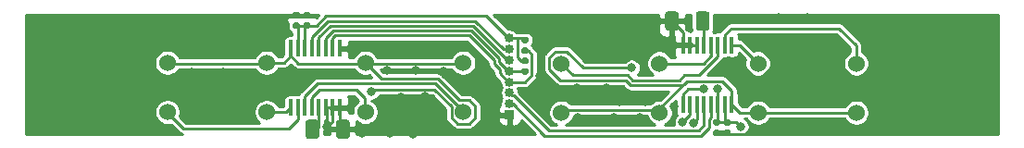
<source format=gtl>
%TF.GenerationSoftware,KiCad,Pcbnew,(5.1.6-0-10_14)*%
%TF.CreationDate,2020-06-29T16:19:24+02:00*%
%TF.ProjectId,rev0,72657630-2e6b-4696-9361-645f70636258,rev?*%
%TF.SameCoordinates,Original*%
%TF.FileFunction,Copper,L1,Top*%
%TF.FilePolarity,Positive*%
%FSLAX46Y46*%
G04 Gerber Fmt 4.6, Leading zero omitted, Abs format (unit mm)*
G04 Created by KiCad (PCBNEW (5.1.6-0-10_14)) date 2020-06-29 16:19:24*
%MOMM*%
%LPD*%
G01*
G04 APERTURE LIST*
%TA.AperFunction,ComponentPad*%
%ADD10O,0.850000X0.850000*%
%TD*%
%TA.AperFunction,ComponentPad*%
%ADD11R,0.850000X0.850000*%
%TD*%
%TA.AperFunction,SMDPad,CuDef*%
%ADD12R,0.435000X1.528000*%
%TD*%
%TA.AperFunction,ComponentPad*%
%ADD13C,1.524000*%
%TD*%
%TA.AperFunction,ViaPad*%
%ADD14C,0.800000*%
%TD*%
%TA.AperFunction,Conductor*%
%ADD15C,0.250000*%
%TD*%
%TA.AperFunction,Conductor*%
%ADD16C,0.254000*%
%TD*%
G04 APERTURE END LIST*
D10*
%TO.P,J1,8*%
%TO.N,VCC*%
X147637500Y-83106500D03*
%TO.P,J1,7*%
%TO.N,SYN_A*%
X147637500Y-84106500D03*
%TO.P,J1,6*%
%TO.N,READY_A*%
X147637500Y-85106500D03*
%TO.P,J1,5*%
%TO.N,SCL*%
X147637500Y-86106500D03*
%TO.P,J1,4*%
%TO.N,SDA*%
X147637500Y-87106500D03*
%TO.P,J1,3*%
%TO.N,READY_B*%
X147637500Y-88106500D03*
%TO.P,J1,2*%
%TO.N,SYN_B*%
X147637500Y-89106500D03*
D11*
%TO.P,J1,1*%
%TO.N,GND*%
X147637500Y-90106500D03*
%TD*%
%TO.P,R5,2*%
%TO.N,SDA*%
%TA.AperFunction,SMDPad,CuDef*%
G36*
G01*
X148862000Y-83946500D02*
X149207000Y-83946500D01*
G75*
G02*
X149354500Y-84094000I0J-147500D01*
G01*
X149354500Y-84389000D01*
G75*
G02*
X149207000Y-84536500I-147500J0D01*
G01*
X148862000Y-84536500D01*
G75*
G02*
X148714500Y-84389000I0J147500D01*
G01*
X148714500Y-84094000D01*
G75*
G02*
X148862000Y-83946500I147500J0D01*
G01*
G37*
%TD.AperFunction*%
%TO.P,R5,1*%
%TO.N,VCC*%
%TA.AperFunction,SMDPad,CuDef*%
G36*
G01*
X148862000Y-82976500D02*
X149207000Y-82976500D01*
G75*
G02*
X149354500Y-83124000I0J-147500D01*
G01*
X149354500Y-83419000D01*
G75*
G02*
X149207000Y-83566500I-147500J0D01*
G01*
X148862000Y-83566500D01*
G75*
G02*
X148714500Y-83419000I0J147500D01*
G01*
X148714500Y-83124000D01*
G75*
G02*
X148862000Y-82976500I147500J0D01*
G01*
G37*
%TD.AperFunction*%
%TD*%
%TO.P,R4,2*%
%TO.N,SCL*%
%TA.AperFunction,SMDPad,CuDef*%
G36*
G01*
X148862000Y-85851500D02*
X149207000Y-85851500D01*
G75*
G02*
X149354500Y-85999000I0J-147500D01*
G01*
X149354500Y-86294000D01*
G75*
G02*
X149207000Y-86441500I-147500J0D01*
G01*
X148862000Y-86441500D01*
G75*
G02*
X148714500Y-86294000I0J147500D01*
G01*
X148714500Y-85999000D01*
G75*
G02*
X148862000Y-85851500I147500J0D01*
G01*
G37*
%TD.AperFunction*%
%TO.P,R4,1*%
%TO.N,VCC*%
%TA.AperFunction,SMDPad,CuDef*%
G36*
G01*
X148862000Y-84881500D02*
X149207000Y-84881500D01*
G75*
G02*
X149354500Y-85029000I0J-147500D01*
G01*
X149354500Y-85324000D01*
G75*
G02*
X149207000Y-85471500I-147500J0D01*
G01*
X148862000Y-85471500D01*
G75*
G02*
X148714500Y-85324000I0J147500D01*
G01*
X148714500Y-85029000D01*
G75*
G02*
X148862000Y-84881500I147500J0D01*
G01*
G37*
%TD.AperFunction*%
%TD*%
%TO.P,R2,2*%
%TO.N,GND*%
%TA.AperFunction,SMDPad,CuDef*%
G36*
G01*
X163118500Y-80909000D02*
X163118500Y-82159000D01*
G75*
G02*
X162868500Y-82409000I-250000J0D01*
G01*
X162118500Y-82409000D01*
G75*
G02*
X161868500Y-82159000I0J250000D01*
G01*
X161868500Y-80909000D01*
G75*
G02*
X162118500Y-80659000I250000J0D01*
G01*
X162868500Y-80659000D01*
G75*
G02*
X163118500Y-80909000I0J-250000D01*
G01*
G37*
%TD.AperFunction*%
%TO.P,R2,1*%
%TO.N,Net-(IC2-Pad5)*%
%TA.AperFunction,SMDPad,CuDef*%
G36*
G01*
X165918500Y-80909000D02*
X165918500Y-82159000D01*
G75*
G02*
X165668500Y-82409000I-250000J0D01*
G01*
X164918500Y-82409000D01*
G75*
G02*
X164668500Y-82159000I0J250000D01*
G01*
X164668500Y-80909000D01*
G75*
G02*
X164918500Y-80659000I250000J0D01*
G01*
X165668500Y-80659000D01*
G75*
G02*
X165918500Y-80909000I0J-250000D01*
G01*
G37*
%TD.AperFunction*%
%TD*%
%TO.P,R1,2*%
%TO.N,GND*%
%TA.AperFunction,SMDPad,CuDef*%
G36*
G01*
X131775500Y-92065000D02*
X131775500Y-90815000D01*
G75*
G02*
X132025500Y-90565000I250000J0D01*
G01*
X132775500Y-90565000D01*
G75*
G02*
X133025500Y-90815000I0J-250000D01*
G01*
X133025500Y-92065000D01*
G75*
G02*
X132775500Y-92315000I-250000J0D01*
G01*
X132025500Y-92315000D01*
G75*
G02*
X131775500Y-92065000I0J250000D01*
G01*
G37*
%TD.AperFunction*%
%TO.P,R1,1*%
%TO.N,Net-(IC1-Pad5)*%
%TA.AperFunction,SMDPad,CuDef*%
G36*
G01*
X128975500Y-92065000D02*
X128975500Y-90815000D01*
G75*
G02*
X129225500Y-90565000I250000J0D01*
G01*
X129975500Y-90565000D01*
G75*
G02*
X130225500Y-90815000I0J-250000D01*
G01*
X130225500Y-92065000D01*
G75*
G02*
X129975500Y-92315000I-250000J0D01*
G01*
X129225500Y-92315000D01*
G75*
G02*
X128975500Y-92065000I0J250000D01*
G01*
G37*
%TD.AperFunction*%
%TD*%
D12*
%TO.P,IC2,16*%
%TO.N,VPD_B*%
X167957000Y-89134500D03*
%TO.P,IC2,15*%
%TO.N,VCC*%
X167323000Y-89134500D03*
%TO.P,IC2,14*%
X166687000Y-89134500D03*
%TO.P,IC2,13*%
%TO.N,SYN_B*%
X166053000Y-89134500D03*
%TO.P,IC2,12*%
%TO.N,READY_B*%
X165417000Y-89134500D03*
%TO.P,IC2,11*%
%TO.N,SCL*%
X164783000Y-89134500D03*
%TO.P,IC2,10*%
%TO.N,SDA*%
X164147000Y-89134500D03*
%TO.P,IC2,9*%
%TO.N,Net-(IC2-Pad9)*%
X163513000Y-89134500D03*
%TO.P,IC2,8*%
%TO.N,GND*%
X163513000Y-83712500D03*
%TO.P,IC2,7*%
X164147000Y-83712500D03*
%TO.P,IC2,6*%
X164783000Y-83712500D03*
%TO.P,IC2,5*%
%TO.N,Net-(IC2-Pad5)*%
X165417000Y-83712500D03*
%TO.P,IC2,4*%
%TO.N,PD4*%
X166053000Y-83712500D03*
%TO.P,IC2,3*%
%TO.N,PD5*%
X166687000Y-83712500D03*
%TO.P,IC2,2*%
%TO.N,PD6*%
X167323000Y-83712500D03*
%TO.P,IC2,1*%
%TO.N,PD7*%
X167957000Y-83712500D03*
%TD*%
D13*
%TO.P,D8,2*%
%TO.N,VPD_B*%
X170355260Y-89903300D03*
%TO.P,D8,1*%
%TO.N,PD7*%
X170342560Y-85407500D03*
%TD*%
%TO.P,D7,2*%
%TO.N,VPD_B*%
X179346860Y-89903300D03*
%TO.P,D7,1*%
%TO.N,PD6*%
X179334160Y-85407500D03*
%TD*%
%TO.P,D6,2*%
%TO.N,VPD_B*%
X152372060Y-89903300D03*
%TO.P,D6,1*%
%TO.N,PD5*%
X152359360Y-85407500D03*
%TD*%
%TO.P,D5,2*%
%TO.N,VPD_B*%
X161363660Y-89903300D03*
%TO.P,D5,1*%
%TO.N,PD4*%
X161350960Y-85407500D03*
%TD*%
%TO.P,C4,2*%
%TO.N,GND*%
%TA.AperFunction,SMDPad,CuDef*%
G36*
G01*
X166400700Y-91477600D02*
X166745700Y-91477600D01*
G75*
G02*
X166893200Y-91625100I0J-147500D01*
G01*
X166893200Y-91920100D01*
G75*
G02*
X166745700Y-92067600I-147500J0D01*
G01*
X166400700Y-92067600D01*
G75*
G02*
X166253200Y-91920100I0J147500D01*
G01*
X166253200Y-91625100D01*
G75*
G02*
X166400700Y-91477600I147500J0D01*
G01*
G37*
%TD.AperFunction*%
%TO.P,C4,1*%
%TO.N,VCC*%
%TA.AperFunction,SMDPad,CuDef*%
G36*
G01*
X166400700Y-90507600D02*
X166745700Y-90507600D01*
G75*
G02*
X166893200Y-90655100I0J-147500D01*
G01*
X166893200Y-90950100D01*
G75*
G02*
X166745700Y-91097600I-147500J0D01*
G01*
X166400700Y-91097600D01*
G75*
G02*
X166253200Y-90950100I0J147500D01*
G01*
X166253200Y-90655100D01*
G75*
G02*
X166400700Y-90507600I147500J0D01*
G01*
G37*
%TD.AperFunction*%
%TD*%
%TO.P,C3,2*%
%TO.N,GND*%
%TA.AperFunction,SMDPad,CuDef*%
G36*
G01*
X128315500Y-81280500D02*
X127970500Y-81280500D01*
G75*
G02*
X127823000Y-81133000I0J147500D01*
G01*
X127823000Y-80838000D01*
G75*
G02*
X127970500Y-80690500I147500J0D01*
G01*
X128315500Y-80690500D01*
G75*
G02*
X128463000Y-80838000I0J-147500D01*
G01*
X128463000Y-81133000D01*
G75*
G02*
X128315500Y-81280500I-147500J0D01*
G01*
G37*
%TD.AperFunction*%
%TO.P,C3,1*%
%TO.N,VCC*%
%TA.AperFunction,SMDPad,CuDef*%
G36*
G01*
X128315500Y-82250500D02*
X127970500Y-82250500D01*
G75*
G02*
X127823000Y-82103000I0J147500D01*
G01*
X127823000Y-81808000D01*
G75*
G02*
X127970500Y-81660500I147500J0D01*
G01*
X128315500Y-81660500D01*
G75*
G02*
X128463000Y-81808000I0J-147500D01*
G01*
X128463000Y-82103000D01*
G75*
G02*
X128315500Y-82250500I-147500J0D01*
G01*
G37*
%TD.AperFunction*%
%TD*%
%TO.P,C2,2*%
%TO.N,GND*%
%TA.AperFunction,SMDPad,CuDef*%
G36*
G01*
X167365900Y-91477600D02*
X167710900Y-91477600D01*
G75*
G02*
X167858400Y-91625100I0J-147500D01*
G01*
X167858400Y-91920100D01*
G75*
G02*
X167710900Y-92067600I-147500J0D01*
G01*
X167365900Y-92067600D01*
G75*
G02*
X167218400Y-91920100I0J147500D01*
G01*
X167218400Y-91625100D01*
G75*
G02*
X167365900Y-91477600I147500J0D01*
G01*
G37*
%TD.AperFunction*%
%TO.P,C2,1*%
%TO.N,VCC*%
%TA.AperFunction,SMDPad,CuDef*%
G36*
G01*
X167365900Y-90507600D02*
X167710900Y-90507600D01*
G75*
G02*
X167858400Y-90655100I0J-147500D01*
G01*
X167858400Y-90950100D01*
G75*
G02*
X167710900Y-91097600I-147500J0D01*
G01*
X167365900Y-91097600D01*
G75*
G02*
X167218400Y-90950100I0J147500D01*
G01*
X167218400Y-90655100D01*
G75*
G02*
X167365900Y-90507600I147500J0D01*
G01*
G37*
%TD.AperFunction*%
%TD*%
%TO.P,C1,2*%
%TO.N,GND*%
%TA.AperFunction,SMDPad,CuDef*%
G36*
G01*
X129268000Y-81280500D02*
X128923000Y-81280500D01*
G75*
G02*
X128775500Y-81133000I0J147500D01*
G01*
X128775500Y-80838000D01*
G75*
G02*
X128923000Y-80690500I147500J0D01*
G01*
X129268000Y-80690500D01*
G75*
G02*
X129415500Y-80838000I0J-147500D01*
G01*
X129415500Y-81133000D01*
G75*
G02*
X129268000Y-81280500I-147500J0D01*
G01*
G37*
%TD.AperFunction*%
%TO.P,C1,1*%
%TO.N,VCC*%
%TA.AperFunction,SMDPad,CuDef*%
G36*
G01*
X129268000Y-82250500D02*
X128923000Y-82250500D01*
G75*
G02*
X128775500Y-82103000I0J147500D01*
G01*
X128775500Y-81808000D01*
G75*
G02*
X128923000Y-81660500I147500J0D01*
G01*
X129268000Y-81660500D01*
G75*
G02*
X129415500Y-81808000I0J-147500D01*
G01*
X129415500Y-82103000D01*
G75*
G02*
X129268000Y-82250500I-147500J0D01*
G01*
G37*
%TD.AperFunction*%
%TD*%
D12*
%TO.P,IC1,16*%
%TO.N,VPD_A*%
X127635500Y-84030000D03*
%TO.P,IC1,15*%
%TO.N,VCC*%
X128269500Y-84030000D03*
%TO.P,IC1,14*%
X128905500Y-84030000D03*
%TO.P,IC1,13*%
%TO.N,SYN_A*%
X129539500Y-84030000D03*
%TO.P,IC1,12*%
%TO.N,READY_A*%
X130175500Y-84030000D03*
%TO.P,IC1,11*%
%TO.N,SCL*%
X130809500Y-84030000D03*
%TO.P,IC1,10*%
%TO.N,SDA*%
X131445500Y-84030000D03*
%TO.P,IC1,9*%
%TO.N,GND*%
X132079500Y-84030000D03*
%TO.P,IC1,8*%
X132079500Y-89452000D03*
%TO.P,IC1,7*%
X131445500Y-89452000D03*
%TO.P,IC1,6*%
X130809500Y-89452000D03*
%TO.P,IC1,5*%
%TO.N,Net-(IC1-Pad5)*%
X130175500Y-89452000D03*
%TO.P,IC1,4*%
%TO.N,PD0*%
X129539500Y-89452000D03*
%TO.P,IC1,3*%
%TO.N,PD1*%
X128905500Y-89452000D03*
%TO.P,IC1,2*%
%TO.N,PD2*%
X128269500Y-89452000D03*
%TO.P,IC1,1*%
%TO.N,PD3*%
X127635500Y-89452000D03*
%TD*%
D13*
%TO.P,D4,2*%
%TO.N,VPD_A*%
X125427740Y-85356700D03*
%TO.P,D4,1*%
%TO.N,PD3*%
X125440440Y-89852500D03*
%TD*%
%TO.P,D3,2*%
%TO.N,VPD_A*%
X116347240Y-85356700D03*
%TO.P,D3,1*%
%TO.N,PD2*%
X116359940Y-89852500D03*
%TD*%
%TO.P,D2,2*%
%TO.N,VPD_A*%
X143398240Y-85356700D03*
%TO.P,D2,1*%
%TO.N,PD1*%
X143410940Y-89852500D03*
%TD*%
%TO.P,D1,2*%
%TO.N,VPD_A*%
X134444740Y-85356700D03*
%TO.P,D1,1*%
%TO.N,PD0*%
X134457440Y-89852500D03*
%TD*%
D14*
%TO.N,Net-(IC2-Pad9)*%
X165404800Y-87770498D03*
%TO.N,GND*%
X160274000Y-81635600D03*
X158902400Y-81686400D03*
X157276800Y-81686400D03*
X155498800Y-81686400D03*
X153466800Y-81686400D03*
X151587200Y-81686400D03*
X149555200Y-81635600D03*
X147675600Y-81686400D03*
X152603200Y-82956400D03*
X154584400Y-82956400D03*
X156464000Y-82905600D03*
X158699200Y-83108800D03*
X160731200Y-83058000D03*
X159562800Y-84886800D03*
X157581600Y-84836000D03*
X156006800Y-84734400D03*
X154127200Y-84226400D03*
X153822400Y-87680800D03*
X156464000Y-87680800D03*
X160070800Y-88900000D03*
X157683200Y-88900000D03*
X155244800Y-88798400D03*
X150876000Y-88900000D03*
X150418800Y-86512400D03*
X150571200Y-83870800D03*
X149860000Y-87985600D03*
X145338800Y-87477600D03*
X143256000Y-87477600D03*
X141630400Y-86106000D03*
X139039600Y-86055200D03*
X136448800Y-86055200D03*
X133146800Y-86360000D03*
X130556000Y-86309200D03*
X128422400Y-86258400D03*
X125425200Y-87376000D03*
X122529600Y-87426800D03*
X119938800Y-87528400D03*
X117043200Y-87528400D03*
X114147600Y-87680800D03*
X111201200Y-87680800D03*
X107848400Y-87731600D03*
X104444800Y-87833200D03*
X104292400Y-90576400D03*
X107645200Y-90525600D03*
X111150400Y-90830400D03*
X114452400Y-90932000D03*
X114096800Y-84480400D03*
X110896400Y-84277200D03*
X107492800Y-84429600D03*
X104444800Y-84531200D03*
X104444800Y-81940400D03*
X107492800Y-81889600D03*
X110693200Y-81686400D03*
X114147600Y-81737200D03*
X117398800Y-81635600D03*
X120294400Y-81737200D03*
X123444000Y-81737200D03*
X121158000Y-84277200D03*
X121208800Y-90373200D03*
X118567200Y-90220800D03*
X123850400Y-90474800D03*
X134162800Y-91795600D03*
X136652000Y-91795600D03*
X138836400Y-91846400D03*
X138684000Y-89458800D03*
X136398000Y-89408000D03*
X138582400Y-84023200D03*
X136499600Y-84023200D03*
X133604000Y-83972400D03*
X126339600Y-83261200D03*
X141732000Y-83870800D03*
X145592800Y-91592400D03*
X142087600Y-91592400D03*
X141071600Y-89560400D03*
X145491200Y-89763600D03*
X127863600Y-87630000D03*
X130962400Y-91236800D03*
X174955200Y-91135200D03*
X172110400Y-91135200D03*
X172008800Y-88646000D03*
X174955200Y-88696800D03*
X178003200Y-87985600D03*
X177952400Y-91236800D03*
X170281600Y-87680800D03*
X168808400Y-86766400D03*
X166928800Y-85902800D03*
X168605200Y-85242400D03*
X170332400Y-83261200D03*
X172567600Y-83261200D03*
X175107600Y-83159600D03*
X177139600Y-83312000D03*
X174142400Y-86258400D03*
X176479200Y-85394800D03*
X181152800Y-83413600D03*
X183997600Y-83210400D03*
X186232800Y-83159600D03*
X188417200Y-83159600D03*
X190804800Y-83058000D03*
X189890400Y-85394800D03*
X186994800Y-85293200D03*
X184759600Y-85242400D03*
X182270400Y-85191600D03*
X180644800Y-86715600D03*
X183642000Y-86817200D03*
X186283600Y-86817200D03*
X189382400Y-87071200D03*
X191770000Y-86106000D03*
X191820800Y-91135200D03*
X191516000Y-88442800D03*
X189687200Y-91236800D03*
X189636400Y-88798400D03*
X186944000Y-88646000D03*
X186842400Y-91033600D03*
X184251600Y-91084400D03*
X184200800Y-88950800D03*
X181660800Y-88849200D03*
X181660800Y-91135200D03*
X180340000Y-81737200D03*
X182778400Y-81686400D03*
X185115200Y-81686400D03*
X187604400Y-81686400D03*
X189433200Y-81788000D03*
X191617600Y-81635600D03*
X169011600Y-81280000D03*
X172212000Y-81178400D03*
X174853600Y-81178400D03*
X166827200Y-81584800D03*
X118364000Y-83566000D03*
X109626400Y-86055200D03*
X105867200Y-86055200D03*
X105918000Y-83159600D03*
X109321600Y-83058000D03*
X112928400Y-82753200D03*
X116230400Y-82753200D03*
X112776000Y-89662000D03*
X109524800Y-89306400D03*
X106070400Y-89306400D03*
X137769600Y-90627200D03*
X140157200Y-90627200D03*
X135686800Y-90779600D03*
X137668000Y-88493600D03*
X139903200Y-88442800D03*
X140157200Y-84582000D03*
X124155200Y-83769200D03*
X121259600Y-88747600D03*
X118668800Y-88442800D03*
X118567200Y-86207600D03*
X121412000Y-86207600D03*
X123647200Y-88747600D03*
X123850400Y-86258400D03*
X122174000Y-82753200D03*
X177901600Y-81330800D03*
X157175200Y-90322400D03*
X159562800Y-90373200D03*
X153873200Y-90373200D03*
X162661600Y-89357200D03*
X174193200Y-84429600D03*
X176072800Y-87071200D03*
X172313600Y-87071200D03*
X172110400Y-84785200D03*
%TO.N,VCC*%
X168757600Y-91186000D03*
X166674800Y-87745410D03*
%TO.N,VPD_A*%
X135026400Y-87974000D03*
%TO.N,VPD_B*%
X158800802Y-85801191D03*
%TO.N,SCL*%
X164460432Y-90839980D03*
%TO.N,SDA*%
X163462299Y-90765790D03*
%TD*%
D15*
%TO.N,PD0*%
X133604000Y-87820500D02*
X134393940Y-88610440D01*
X134393940Y-88610440D02*
X134393940Y-89916000D01*
X130207749Y-87820500D02*
X133604000Y-87820500D01*
X129539500Y-88488749D02*
X130207749Y-87820500D01*
X129539500Y-89134500D02*
X129539500Y-88488749D01*
%TO.N,PD1*%
X142648941Y-89027001D02*
X143410940Y-89789000D01*
X140870940Y-87249000D02*
X142648941Y-89027001D01*
X130048000Y-87249000D02*
X140870940Y-87249000D01*
X128905500Y-88391500D02*
X130048000Y-87249000D01*
X128905500Y-89134500D02*
X128905500Y-88391500D01*
%TO.N,PD2*%
X128269500Y-90551500D02*
X128269500Y-89134500D01*
X127444500Y-91376500D02*
X128269500Y-90551500D01*
X117820440Y-91376500D02*
X127444500Y-91376500D01*
X116359940Y-89916000D02*
X117820440Y-91376500D01*
%TO.N,PD3*%
X127635500Y-89452000D02*
X127635500Y-89134500D01*
X127235000Y-89852500D02*
X127635500Y-89452000D01*
X125440440Y-89852500D02*
X127235000Y-89852500D01*
%TO.N,Net-(IC1-Pad5)*%
X130175500Y-91309500D02*
X130172000Y-91313000D01*
X130175500Y-89134500D02*
X130175500Y-91309500D01*
%TO.N,Net-(IC2-Pad9)*%
X163513000Y-88201998D02*
X163513000Y-89134500D01*
X163944500Y-87770498D02*
X163513000Y-88201998D01*
X165404800Y-87770498D02*
X163944500Y-87770498D01*
%TO.N,Net-(IC2-Pad5)*%
X165417000Y-81657500D02*
X165293500Y-81534000D01*
X165417000Y-83712500D02*
X165417000Y-81657500D01*
%TO.N,GND*%
X163513000Y-82553500D02*
X162493500Y-81534000D01*
X163513000Y-83712500D02*
X163513000Y-82553500D01*
X130809500Y-89452000D02*
X132079500Y-89452000D01*
X132079500Y-91119000D02*
X132400500Y-91440000D01*
X132079500Y-89452000D02*
X132079500Y-91119000D01*
X130962400Y-89604900D02*
X130809500Y-89452000D01*
X130962400Y-91236800D02*
X130962400Y-89604900D01*
X131445500Y-90753700D02*
X130962400Y-91236800D01*
X131445500Y-89452000D02*
X131445500Y-90753700D01*
X174179399Y-91911001D02*
X174955200Y-91135200D01*
X167676801Y-91911001D02*
X174179399Y-91911001D01*
X167538400Y-91772600D02*
X167676801Y-91911001D01*
X164783000Y-83712500D02*
X164147000Y-83712500D01*
X164147000Y-83712500D02*
X163513000Y-83712500D01*
%TO.N,VCC*%
X128143000Y-81955500D02*
X129095500Y-81955500D01*
X128269500Y-82082000D02*
X128143000Y-81955500D01*
X128269500Y-84030000D02*
X128269500Y-82082000D01*
X128905500Y-82145500D02*
X129095500Y-81955500D01*
X128905500Y-84030000D02*
X128905500Y-82145500D01*
X148869500Y-83106500D02*
X149034500Y-83271500D01*
X148714500Y-85176500D02*
X148389490Y-84851490D01*
X148389490Y-83131510D02*
X148414500Y-83106500D01*
X149034500Y-85176500D02*
X148714500Y-85176500D01*
X148414500Y-83106500D02*
X148869500Y-83106500D01*
X148389490Y-84851490D02*
X148389490Y-83131510D01*
X147891500Y-83106500D02*
X148414500Y-83106500D01*
X129963180Y-81955500D02*
X129095500Y-81955500D01*
X130853710Y-81064970D02*
X129963180Y-81955500D01*
X145517470Y-81064970D02*
X130853710Y-81064970D01*
X147559000Y-83106500D02*
X145517470Y-81064970D01*
X147637500Y-83106500D02*
X147559000Y-83106500D01*
X167323000Y-90587200D02*
X167538400Y-90802600D01*
X167323000Y-89134500D02*
X167323000Y-90587200D01*
X166687000Y-90688800D02*
X166573200Y-90802600D01*
X166687000Y-89134500D02*
X166687000Y-90688800D01*
X167538400Y-90802600D02*
X166573200Y-90802600D01*
X168757600Y-91186000D02*
X168351200Y-90779600D01*
X167561400Y-90779600D02*
X167538400Y-90802600D01*
X168351200Y-90779600D02*
X167561400Y-90779600D01*
X166687000Y-89134500D02*
X166687000Y-87757610D01*
X166687000Y-87757610D02*
X166674800Y-87745410D01*
%TO.N,VPD_A*%
X116347240Y-85420200D02*
X125364240Y-85420200D01*
X125364240Y-85420200D02*
X125427740Y-85356700D01*
X125427740Y-85356700D02*
X127005300Y-85356700D01*
X127005300Y-85356700D02*
X127635500Y-84726500D01*
X116347240Y-85420200D02*
X115747800Y-85420200D01*
X127635500Y-83712500D02*
X127635500Y-84726500D01*
X128316500Y-85407500D02*
X143283940Y-85407500D01*
X127635500Y-84726500D02*
X128316500Y-85407500D01*
X143283940Y-85407500D02*
X143398240Y-85293200D01*
X140767930Y-87782400D02*
X142323939Y-89338409D01*
X135280400Y-87782400D02*
X135218000Y-87782400D01*
X135218000Y-87782400D02*
X135026400Y-87974000D01*
X143023849Y-88765499D02*
X141057340Y-86798990D01*
X135280400Y-87782400D02*
X140767930Y-87782400D01*
X143932701Y-88765499D02*
X143023849Y-88765499D01*
X141057340Y-86798990D02*
X135887030Y-86798990D01*
X135887030Y-86798990D02*
X134444740Y-85356700D01*
X144497941Y-89330739D02*
X143932701Y-88765499D01*
X143932701Y-90939501D02*
X144497941Y-90374261D01*
X142323939Y-90374261D02*
X142889179Y-90939501D01*
X142889179Y-90939501D02*
X143932701Y-90939501D01*
X144497941Y-90374261D02*
X144497941Y-89330739D01*
X142323939Y-89338409D02*
X142323939Y-90374261D01*
%TO.N,VPD_B*%
X179346860Y-89903300D02*
X170355260Y-89903300D01*
X168725800Y-89903300D02*
X167957000Y-89134500D01*
X170355260Y-89903300D02*
X168725800Y-89903300D01*
X161173160Y-89712800D02*
X161363660Y-89903300D01*
X152372060Y-89903300D02*
X152562560Y-89712800D01*
X161108559Y-89648199D02*
X161363660Y-89903300D01*
X152627161Y-89648199D02*
X161108559Y-89648199D01*
X152372060Y-89903300D02*
X152627161Y-89648199D01*
X167087402Y-87020400D02*
X167957000Y-87889998D01*
X163880800Y-87020400D02*
X167087402Y-87020400D01*
X161363660Y-89537540D02*
X163880800Y-87020400D01*
X161363660Y-89903300D02*
X161363660Y-89537540D01*
X167957000Y-87889998D02*
X167957000Y-89134500D01*
X154361813Y-85801191D02*
X158800802Y-85801191D01*
X152881121Y-84320499D02*
X154361813Y-85801191D01*
X158234707Y-86944509D02*
X152287607Y-86944509D01*
X151272359Y-85929261D02*
X151272359Y-84885739D01*
X152287607Y-86944509D02*
X151272359Y-85929261D01*
X158716998Y-87426800D02*
X158234707Y-86944509D01*
X151272359Y-84885739D02*
X151837599Y-84320499D01*
X163474400Y-87426800D02*
X158716998Y-87426800D01*
X151837599Y-84320499D02*
X152881121Y-84320499D01*
X163880800Y-87020400D02*
X163474400Y-87426800D01*
%TO.N,PD4*%
X166053000Y-84726500D02*
X166053000Y-83712500D01*
X165372000Y-85407500D02*
X166053000Y-84726500D01*
X161350960Y-85407500D02*
X165372000Y-85407500D01*
%TO.N,PD5*%
X166687000Y-83712500D02*
X166687000Y-84728910D01*
X166687000Y-84728910D02*
X164921409Y-86494501D01*
X163644699Y-86494501D02*
X163162410Y-86976790D01*
X164921409Y-86494501D02*
X163644699Y-86494501D01*
X163162410Y-86976790D02*
X158903398Y-86976790D01*
X158903398Y-86976790D02*
X158421108Y-86494500D01*
X158421107Y-86494498D02*
X153446358Y-86494498D01*
X158452801Y-86526192D02*
X158421107Y-86494498D01*
X153446358Y-86494498D02*
X152359360Y-85407500D01*
%TO.N,PD6*%
X167323000Y-82779998D02*
X167323000Y-83712500D01*
X167908598Y-82194400D02*
X167323000Y-82779998D01*
X179334160Y-85407500D02*
X179334160Y-83779360D01*
X177749200Y-82194400D02*
X167908598Y-82194400D01*
X179334160Y-83779360D02*
X177749200Y-82194400D01*
%TO.N,PD7*%
X168647560Y-83712500D02*
X167957000Y-83712500D01*
X170342560Y-85407500D02*
X168647560Y-83712500D01*
%TO.N,SYN_A*%
X147637500Y-84106500D02*
X147543000Y-84106500D01*
X129539500Y-83015590D02*
X129539500Y-84030000D01*
X131040112Y-81514978D02*
X129539500Y-83015590D01*
X144511210Y-81514978D02*
X131040112Y-81514978D01*
X147102731Y-84106499D02*
X144511210Y-81514978D01*
X147637500Y-84106500D02*
X147102731Y-84106499D01*
%TO.N,READY_A*%
X147527249Y-85106500D02*
X147637500Y-85106500D01*
X130175500Y-84030000D02*
X130175500Y-83016000D01*
X130175500Y-83016000D02*
X131226512Y-81964988D01*
X144324810Y-81964988D02*
X147466322Y-85106500D01*
X147466322Y-85106500D02*
X147637500Y-85106500D01*
X131226512Y-81964988D02*
X144324810Y-81964988D01*
%TO.N,SCL*%
X147931500Y-86146500D02*
X147891500Y-86106500D01*
X149034500Y-86146500D02*
X147931500Y-86146500D01*
X147527498Y-86106500D02*
X147637500Y-86106500D01*
X144138410Y-82414999D02*
X131491588Y-82414999D01*
X131491588Y-82414999D02*
X130809500Y-83097088D01*
X147637500Y-86106500D02*
X147511000Y-86106500D01*
X147511000Y-86106500D02*
X146685002Y-85280502D01*
X130809500Y-83097088D02*
X130809500Y-84030000D01*
X146685002Y-85280502D02*
X146685002Y-84961591D01*
X146685002Y-84961591D02*
X144138410Y-82414999D01*
X164783000Y-90517412D02*
X164460432Y-90839980D01*
X164783000Y-89134500D02*
X164783000Y-90517412D01*
%TO.N,SDA*%
X149679510Y-84566510D02*
X149354500Y-84241500D01*
X149062732Y-87106500D02*
X149679510Y-86489722D01*
X149354500Y-84241500D02*
X149034500Y-84241500D01*
X149679510Y-86489722D02*
X149679510Y-84566510D01*
X147891500Y-87106500D02*
X149062732Y-87106500D01*
X131445500Y-83097498D02*
X131445500Y-84030000D01*
X131677988Y-82865010D02*
X131445500Y-83097498D01*
X131677988Y-82865010D02*
X142559990Y-82865010D01*
X142559990Y-82865010D02*
X142496490Y-82865010D01*
X147637500Y-87106500D02*
X147495000Y-87106500D01*
X143952010Y-82865010D02*
X146234991Y-85147991D01*
X146234991Y-85147991D02*
X146234991Y-85466901D01*
X146748500Y-85980410D02*
X146748500Y-86327502D01*
X147527498Y-87106500D02*
X147637500Y-87106500D01*
X146234991Y-85466901D02*
X146748500Y-85980410D01*
X146748500Y-86327502D02*
X147527498Y-87106500D01*
X142559990Y-82865010D02*
X143952010Y-82865010D01*
X164147000Y-89134500D02*
X164147000Y-90081089D01*
X164147000Y-90081089D02*
X163462299Y-90765790D01*
%TO.N,SYN_B*%
X166053000Y-89134500D02*
X166053000Y-90334568D01*
X166053000Y-90334568D02*
X165867011Y-90520557D01*
X165867011Y-91258600D02*
X165110620Y-92014991D01*
X165110620Y-92014991D02*
X150860392Y-92014991D01*
X150860392Y-92014991D02*
X147951901Y-89106500D01*
X165867011Y-90520557D02*
X165867011Y-91258600D01*
X147951901Y-89106500D02*
X147637500Y-89106500D01*
%TO.N,READY_B*%
X147887499Y-88356499D02*
X147637500Y-88106500D01*
X151205982Y-91564980D02*
X147997501Y-88356499D01*
X164924220Y-91564980D02*
X151205982Y-91564980D01*
X165417000Y-89134500D02*
X165417000Y-91072200D01*
X147997501Y-88356499D02*
X147887499Y-88356499D01*
X165417000Y-91072200D02*
X164924220Y-91564980D01*
%TD*%
D16*
%TO.N,GND*%
G36*
X192343000Y-82397119D02*
G01*
X192343000Y-88448880D01*
X192343001Y-88448886D01*
X192343001Y-91913000D01*
X169158127Y-91913000D01*
X169284781Y-91828372D01*
X169399972Y-91713181D01*
X169490477Y-91577731D01*
X169552818Y-91427227D01*
X169584600Y-91267452D01*
X169584600Y-91104548D01*
X169552818Y-90944773D01*
X169490477Y-90794269D01*
X169399972Y-90658819D01*
X169284781Y-90543628D01*
X169152589Y-90455300D01*
X169296942Y-90455300D01*
X169301582Y-90466503D01*
X169431703Y-90661243D01*
X169597317Y-90826857D01*
X169792057Y-90956978D01*
X170008442Y-91046607D01*
X170238154Y-91092300D01*
X170472366Y-91092300D01*
X170702078Y-91046607D01*
X170918463Y-90956978D01*
X171113203Y-90826857D01*
X171278817Y-90661243D01*
X171408938Y-90466503D01*
X171413578Y-90455300D01*
X178288542Y-90455300D01*
X178293182Y-90466503D01*
X178423303Y-90661243D01*
X178588917Y-90826857D01*
X178783657Y-90956978D01*
X179000042Y-91046607D01*
X179229754Y-91092300D01*
X179463966Y-91092300D01*
X179693678Y-91046607D01*
X179910063Y-90956978D01*
X180104803Y-90826857D01*
X180270417Y-90661243D01*
X180400538Y-90466503D01*
X180490167Y-90250118D01*
X180535860Y-90020406D01*
X180535860Y-89786194D01*
X180490167Y-89556482D01*
X180400538Y-89340097D01*
X180270417Y-89145357D01*
X180104803Y-88979743D01*
X179910063Y-88849622D01*
X179693678Y-88759993D01*
X179463966Y-88714300D01*
X179229754Y-88714300D01*
X179000042Y-88759993D01*
X178783657Y-88849622D01*
X178588917Y-88979743D01*
X178423303Y-89145357D01*
X178293182Y-89340097D01*
X178288542Y-89351300D01*
X171413578Y-89351300D01*
X171408938Y-89340097D01*
X171278817Y-89145357D01*
X171113203Y-88979743D01*
X170918463Y-88849622D01*
X170702078Y-88759993D01*
X170472366Y-88714300D01*
X170238154Y-88714300D01*
X170008442Y-88759993D01*
X169792057Y-88849622D01*
X169597317Y-88979743D01*
X169431703Y-89145357D01*
X169301582Y-89340097D01*
X169296942Y-89351300D01*
X168954446Y-89351300D01*
X168603566Y-89000421D01*
X168603566Y-88370500D01*
X168595322Y-88286793D01*
X168570905Y-88206304D01*
X168531255Y-88132124D01*
X168509000Y-88105006D01*
X168509000Y-87917095D01*
X168511669Y-87889997D01*
X168509000Y-87862899D01*
X168509000Y-87862889D01*
X168501012Y-87781787D01*
X168469448Y-87677735D01*
X168432301Y-87608237D01*
X168418191Y-87581839D01*
X168366491Y-87518843D01*
X168349211Y-87497787D01*
X168328154Y-87480506D01*
X167496902Y-86649256D01*
X167479613Y-86628189D01*
X167395560Y-86559209D01*
X167299665Y-86507952D01*
X167195613Y-86476388D01*
X167114511Y-86468400D01*
X167114508Y-86468400D01*
X167087402Y-86465730D01*
X167060296Y-86468400D01*
X165728154Y-86468400D01*
X167058154Y-85138402D01*
X167079211Y-85121121D01*
X167097085Y-85099342D01*
X167148191Y-85037068D01*
X167199448Y-84941173D01*
X167210249Y-84905566D01*
X167540500Y-84905566D01*
X167624207Y-84897322D01*
X167640000Y-84892531D01*
X167655793Y-84897322D01*
X167739500Y-84905566D01*
X168174500Y-84905566D01*
X168258207Y-84897322D01*
X168338696Y-84872905D01*
X168412876Y-84833255D01*
X168477895Y-84779895D01*
X168531255Y-84714876D01*
X168570905Y-84640696D01*
X168595322Y-84560207D01*
X168603566Y-84476500D01*
X168603566Y-84449150D01*
X169203894Y-85049478D01*
X169199253Y-85060682D01*
X169153560Y-85290394D01*
X169153560Y-85524606D01*
X169199253Y-85754318D01*
X169288882Y-85970703D01*
X169419003Y-86165443D01*
X169584617Y-86331057D01*
X169779357Y-86461178D01*
X169995742Y-86550807D01*
X170225454Y-86596500D01*
X170459666Y-86596500D01*
X170689378Y-86550807D01*
X170905763Y-86461178D01*
X171100503Y-86331057D01*
X171266117Y-86165443D01*
X171396238Y-85970703D01*
X171485867Y-85754318D01*
X171531560Y-85524606D01*
X171531560Y-85290394D01*
X171485867Y-85060682D01*
X171396238Y-84844297D01*
X171266117Y-84649557D01*
X171100503Y-84483943D01*
X170905763Y-84353822D01*
X170689378Y-84264193D01*
X170459666Y-84218500D01*
X170225454Y-84218500D01*
X169995742Y-84264193D01*
X169984538Y-84268834D01*
X169057061Y-83341356D01*
X169039771Y-83320289D01*
X168955718Y-83251309D01*
X168859823Y-83200052D01*
X168755771Y-83168488D01*
X168674669Y-83160500D01*
X168674666Y-83160500D01*
X168647560Y-83157830D01*
X168620454Y-83160500D01*
X168603566Y-83160500D01*
X168603566Y-82948500D01*
X168595322Y-82864793D01*
X168570905Y-82784304D01*
X168550645Y-82746400D01*
X177520556Y-82746400D01*
X178782161Y-84008006D01*
X178782161Y-84349181D01*
X178770957Y-84353822D01*
X178576217Y-84483943D01*
X178410603Y-84649557D01*
X178280482Y-84844297D01*
X178190853Y-85060682D01*
X178145160Y-85290394D01*
X178145160Y-85524606D01*
X178190853Y-85754318D01*
X178280482Y-85970703D01*
X178410603Y-86165443D01*
X178576217Y-86331057D01*
X178770957Y-86461178D01*
X178987342Y-86550807D01*
X179217054Y-86596500D01*
X179451266Y-86596500D01*
X179680978Y-86550807D01*
X179897363Y-86461178D01*
X180092103Y-86331057D01*
X180257717Y-86165443D01*
X180387838Y-85970703D01*
X180477467Y-85754318D01*
X180523160Y-85524606D01*
X180523160Y-85290394D01*
X180477467Y-85060682D01*
X180387838Y-84844297D01*
X180257717Y-84649557D01*
X180092103Y-84483943D01*
X179897363Y-84353822D01*
X179886160Y-84349182D01*
X179886160Y-83806466D01*
X179888830Y-83779360D01*
X179885372Y-83744250D01*
X179878172Y-83671149D01*
X179846608Y-83567097D01*
X179795351Y-83471202D01*
X179726371Y-83387149D01*
X179705309Y-83369864D01*
X178158701Y-81823256D01*
X178141411Y-81802189D01*
X178057358Y-81733209D01*
X177961463Y-81681952D01*
X177857411Y-81650388D01*
X177776309Y-81642400D01*
X177776306Y-81642400D01*
X177749200Y-81639730D01*
X177722094Y-81642400D01*
X167935706Y-81642400D01*
X167908598Y-81639730D01*
X167800387Y-81650388D01*
X167696335Y-81681952D01*
X167600440Y-81733209D01*
X167576660Y-81752725D01*
X167516387Y-81802189D01*
X167499106Y-81823246D01*
X166951856Y-82370498D01*
X166930789Y-82387787D01*
X166861809Y-82471840D01*
X166836370Y-82519434D01*
X166469500Y-82519434D01*
X166385793Y-82527678D01*
X166370000Y-82532469D01*
X166354207Y-82527678D01*
X166270500Y-82519434D01*
X166242121Y-82519434D01*
X166295875Y-82418867D01*
X166334518Y-82291479D01*
X166347566Y-82159000D01*
X166347566Y-80950000D01*
X192343001Y-80950000D01*
X192343000Y-82397119D01*
G37*
X192343000Y-82397119D02*
X192343000Y-88448880D01*
X192343001Y-88448886D01*
X192343001Y-91913000D01*
X169158127Y-91913000D01*
X169284781Y-91828372D01*
X169399972Y-91713181D01*
X169490477Y-91577731D01*
X169552818Y-91427227D01*
X169584600Y-91267452D01*
X169584600Y-91104548D01*
X169552818Y-90944773D01*
X169490477Y-90794269D01*
X169399972Y-90658819D01*
X169284781Y-90543628D01*
X169152589Y-90455300D01*
X169296942Y-90455300D01*
X169301582Y-90466503D01*
X169431703Y-90661243D01*
X169597317Y-90826857D01*
X169792057Y-90956978D01*
X170008442Y-91046607D01*
X170238154Y-91092300D01*
X170472366Y-91092300D01*
X170702078Y-91046607D01*
X170918463Y-90956978D01*
X171113203Y-90826857D01*
X171278817Y-90661243D01*
X171408938Y-90466503D01*
X171413578Y-90455300D01*
X178288542Y-90455300D01*
X178293182Y-90466503D01*
X178423303Y-90661243D01*
X178588917Y-90826857D01*
X178783657Y-90956978D01*
X179000042Y-91046607D01*
X179229754Y-91092300D01*
X179463966Y-91092300D01*
X179693678Y-91046607D01*
X179910063Y-90956978D01*
X180104803Y-90826857D01*
X180270417Y-90661243D01*
X180400538Y-90466503D01*
X180490167Y-90250118D01*
X180535860Y-90020406D01*
X180535860Y-89786194D01*
X180490167Y-89556482D01*
X180400538Y-89340097D01*
X180270417Y-89145357D01*
X180104803Y-88979743D01*
X179910063Y-88849622D01*
X179693678Y-88759993D01*
X179463966Y-88714300D01*
X179229754Y-88714300D01*
X179000042Y-88759993D01*
X178783657Y-88849622D01*
X178588917Y-88979743D01*
X178423303Y-89145357D01*
X178293182Y-89340097D01*
X178288542Y-89351300D01*
X171413578Y-89351300D01*
X171408938Y-89340097D01*
X171278817Y-89145357D01*
X171113203Y-88979743D01*
X170918463Y-88849622D01*
X170702078Y-88759993D01*
X170472366Y-88714300D01*
X170238154Y-88714300D01*
X170008442Y-88759993D01*
X169792057Y-88849622D01*
X169597317Y-88979743D01*
X169431703Y-89145357D01*
X169301582Y-89340097D01*
X169296942Y-89351300D01*
X168954446Y-89351300D01*
X168603566Y-89000421D01*
X168603566Y-88370500D01*
X168595322Y-88286793D01*
X168570905Y-88206304D01*
X168531255Y-88132124D01*
X168509000Y-88105006D01*
X168509000Y-87917095D01*
X168511669Y-87889997D01*
X168509000Y-87862899D01*
X168509000Y-87862889D01*
X168501012Y-87781787D01*
X168469448Y-87677735D01*
X168432301Y-87608237D01*
X168418191Y-87581839D01*
X168366491Y-87518843D01*
X168349211Y-87497787D01*
X168328154Y-87480506D01*
X167496902Y-86649256D01*
X167479613Y-86628189D01*
X167395560Y-86559209D01*
X167299665Y-86507952D01*
X167195613Y-86476388D01*
X167114511Y-86468400D01*
X167114508Y-86468400D01*
X167087402Y-86465730D01*
X167060296Y-86468400D01*
X165728154Y-86468400D01*
X167058154Y-85138402D01*
X167079211Y-85121121D01*
X167097085Y-85099342D01*
X167148191Y-85037068D01*
X167199448Y-84941173D01*
X167210249Y-84905566D01*
X167540500Y-84905566D01*
X167624207Y-84897322D01*
X167640000Y-84892531D01*
X167655793Y-84897322D01*
X167739500Y-84905566D01*
X168174500Y-84905566D01*
X168258207Y-84897322D01*
X168338696Y-84872905D01*
X168412876Y-84833255D01*
X168477895Y-84779895D01*
X168531255Y-84714876D01*
X168570905Y-84640696D01*
X168595322Y-84560207D01*
X168603566Y-84476500D01*
X168603566Y-84449150D01*
X169203894Y-85049478D01*
X169199253Y-85060682D01*
X169153560Y-85290394D01*
X169153560Y-85524606D01*
X169199253Y-85754318D01*
X169288882Y-85970703D01*
X169419003Y-86165443D01*
X169584617Y-86331057D01*
X169779357Y-86461178D01*
X169995742Y-86550807D01*
X170225454Y-86596500D01*
X170459666Y-86596500D01*
X170689378Y-86550807D01*
X170905763Y-86461178D01*
X171100503Y-86331057D01*
X171266117Y-86165443D01*
X171396238Y-85970703D01*
X171485867Y-85754318D01*
X171531560Y-85524606D01*
X171531560Y-85290394D01*
X171485867Y-85060682D01*
X171396238Y-84844297D01*
X171266117Y-84649557D01*
X171100503Y-84483943D01*
X170905763Y-84353822D01*
X170689378Y-84264193D01*
X170459666Y-84218500D01*
X170225454Y-84218500D01*
X169995742Y-84264193D01*
X169984538Y-84268834D01*
X169057061Y-83341356D01*
X169039771Y-83320289D01*
X168955718Y-83251309D01*
X168859823Y-83200052D01*
X168755771Y-83168488D01*
X168674669Y-83160500D01*
X168674666Y-83160500D01*
X168647560Y-83157830D01*
X168620454Y-83160500D01*
X168603566Y-83160500D01*
X168603566Y-82948500D01*
X168595322Y-82864793D01*
X168570905Y-82784304D01*
X168550645Y-82746400D01*
X177520556Y-82746400D01*
X178782161Y-84008006D01*
X178782161Y-84349181D01*
X178770957Y-84353822D01*
X178576217Y-84483943D01*
X178410603Y-84649557D01*
X178280482Y-84844297D01*
X178190853Y-85060682D01*
X178145160Y-85290394D01*
X178145160Y-85524606D01*
X178190853Y-85754318D01*
X178280482Y-85970703D01*
X178410603Y-86165443D01*
X178576217Y-86331057D01*
X178770957Y-86461178D01*
X178987342Y-86550807D01*
X179217054Y-86596500D01*
X179451266Y-86596500D01*
X179680978Y-86550807D01*
X179897363Y-86461178D01*
X180092103Y-86331057D01*
X180257717Y-86165443D01*
X180387838Y-85970703D01*
X180477467Y-85754318D01*
X180523160Y-85524606D01*
X180523160Y-85290394D01*
X180477467Y-85060682D01*
X180387838Y-84844297D01*
X180257717Y-84649557D01*
X180092103Y-84483943D01*
X179897363Y-84353822D01*
X179886160Y-84349182D01*
X179886160Y-83806466D01*
X179888830Y-83779360D01*
X179885372Y-83744250D01*
X179878172Y-83671149D01*
X179846608Y-83567097D01*
X179795351Y-83471202D01*
X179726371Y-83387149D01*
X179705309Y-83369864D01*
X178158701Y-81823256D01*
X178141411Y-81802189D01*
X178057358Y-81733209D01*
X177961463Y-81681952D01*
X177857411Y-81650388D01*
X177776309Y-81642400D01*
X177776306Y-81642400D01*
X177749200Y-81639730D01*
X177722094Y-81642400D01*
X167935706Y-81642400D01*
X167908598Y-81639730D01*
X167800387Y-81650388D01*
X167696335Y-81681952D01*
X167600440Y-81733209D01*
X167576660Y-81752725D01*
X167516387Y-81802189D01*
X167499106Y-81823246D01*
X166951856Y-82370498D01*
X166930789Y-82387787D01*
X166861809Y-82471840D01*
X166836370Y-82519434D01*
X166469500Y-82519434D01*
X166385793Y-82527678D01*
X166370000Y-82532469D01*
X166354207Y-82527678D01*
X166270500Y-82519434D01*
X166242121Y-82519434D01*
X166295875Y-82418867D01*
X166334518Y-82291479D01*
X166347566Y-82159000D01*
X166347566Y-80950000D01*
X192343001Y-80950000D01*
X192343000Y-82397119D01*
G36*
X145682991Y-85376637D02*
G01*
X145682991Y-85439795D01*
X145680321Y-85466901D01*
X145682991Y-85494007D01*
X145682991Y-85494010D01*
X145690979Y-85575112D01*
X145704931Y-85621104D01*
X145722543Y-85679163D01*
X145773800Y-85775058D01*
X145773801Y-85775059D01*
X145842781Y-85859112D01*
X145863842Y-85876396D01*
X146196500Y-86209055D01*
X146196500Y-86300396D01*
X146193830Y-86327502D01*
X146196500Y-86354608D01*
X146196500Y-86354611D01*
X146204488Y-86435713D01*
X146220872Y-86489722D01*
X146236052Y-86539764D01*
X146287309Y-86635659D01*
X146287310Y-86635660D01*
X146356290Y-86719713D01*
X146377352Y-86736998D01*
X146785500Y-87145147D01*
X146785500Y-87190415D01*
X146818242Y-87355019D01*
X146882468Y-87510073D01*
X146946898Y-87606500D01*
X146882468Y-87702927D01*
X146818242Y-87857981D01*
X146785500Y-88022585D01*
X146785500Y-88190415D01*
X146818242Y-88355019D01*
X146882468Y-88510073D01*
X146946898Y-88606500D01*
X146882468Y-88702927D01*
X146818242Y-88857981D01*
X146785500Y-89022585D01*
X146785500Y-89190415D01*
X146788929Y-89207653D01*
X146761315Y-89230315D01*
X146681963Y-89327006D01*
X146622998Y-89437320D01*
X146586688Y-89557018D01*
X146574428Y-89681500D01*
X146577500Y-89820750D01*
X146736250Y-89979500D01*
X147510500Y-89979500D01*
X147510500Y-89959500D01*
X147764500Y-89959500D01*
X147764500Y-89979500D01*
X147784500Y-89979500D01*
X147784500Y-90233500D01*
X147764500Y-90233500D01*
X147764500Y-91007750D01*
X147923250Y-91166500D01*
X148062500Y-91169572D01*
X148186982Y-91157312D01*
X148306680Y-91121002D01*
X148416994Y-91062037D01*
X148513685Y-90982685D01*
X148593037Y-90885994D01*
X148652002Y-90775680D01*
X148688312Y-90655982D01*
X148691219Y-90626463D01*
X149977755Y-91913000D01*
X133661476Y-91913000D01*
X133660500Y-91725750D01*
X133501750Y-91567000D01*
X132527500Y-91567000D01*
X132527500Y-91587000D01*
X132273500Y-91587000D01*
X132273500Y-91567000D01*
X131299250Y-91567000D01*
X131140500Y-91725750D01*
X131139524Y-91913000D01*
X130654566Y-91913000D01*
X130654566Y-91584216D01*
X130687948Y-91521763D01*
X130719512Y-91417711D01*
X130727500Y-91336609D01*
X130727500Y-91336608D01*
X130730170Y-91309500D01*
X130727500Y-91282392D01*
X130727500Y-90606846D01*
X130770241Y-90660514D01*
X130865758Y-90741277D01*
X130975195Y-90801854D01*
X131025756Y-90818006D01*
X131058750Y-90851000D01*
X131127500Y-90843523D01*
X131138887Y-90844761D01*
X131140500Y-91154250D01*
X131299250Y-91313000D01*
X132273500Y-91313000D01*
X132273500Y-91293000D01*
X132527500Y-91293000D01*
X132527500Y-91313000D01*
X133501750Y-91313000D01*
X133660500Y-91154250D01*
X133662664Y-90739224D01*
X133699497Y-90776057D01*
X133894237Y-90906178D01*
X134110622Y-90995807D01*
X134340334Y-91041500D01*
X134574546Y-91041500D01*
X134804258Y-90995807D01*
X135020643Y-90906178D01*
X135215383Y-90776057D01*
X135380997Y-90610443D01*
X135511118Y-90415703D01*
X135600747Y-90199318D01*
X135646440Y-89969606D01*
X135646440Y-89735394D01*
X135600747Y-89505682D01*
X135511118Y-89289297D01*
X135380997Y-89094557D01*
X135215383Y-88928943D01*
X135023903Y-88801000D01*
X135107852Y-88801000D01*
X135267627Y-88769218D01*
X135418131Y-88706877D01*
X135553581Y-88616372D01*
X135668772Y-88501181D01*
X135759277Y-88365731D01*
X135772255Y-88334400D01*
X140539286Y-88334400D01*
X141771939Y-89567055D01*
X141771940Y-90347146D01*
X141769269Y-90374261D01*
X141777515Y-90457970D01*
X141779928Y-90482472D01*
X141789503Y-90514035D01*
X141811491Y-90586523D01*
X141862748Y-90682418D01*
X141862749Y-90682419D01*
X141931729Y-90766472D01*
X141952790Y-90783756D01*
X142479687Y-91310655D01*
X142496968Y-91331712D01*
X142581021Y-91400692D01*
X142676916Y-91451949D01*
X142780968Y-91483513D01*
X142862070Y-91491501D01*
X142862072Y-91491501D01*
X142889178Y-91494171D01*
X142916284Y-91491501D01*
X143905595Y-91491501D01*
X143932701Y-91494171D01*
X143959807Y-91491501D01*
X143959810Y-91491501D01*
X144040912Y-91483513D01*
X144144964Y-91451949D01*
X144240859Y-91400692D01*
X144324912Y-91331712D01*
X144342201Y-91310645D01*
X144869095Y-90783753D01*
X144890152Y-90766472D01*
X144959132Y-90682419D01*
X145010389Y-90586524D01*
X145027080Y-90531500D01*
X146574428Y-90531500D01*
X146586688Y-90655982D01*
X146622998Y-90775680D01*
X146681963Y-90885994D01*
X146761315Y-90982685D01*
X146858006Y-91062037D01*
X146968320Y-91121002D01*
X147088018Y-91157312D01*
X147212500Y-91169572D01*
X147351750Y-91166500D01*
X147510500Y-91007750D01*
X147510500Y-90233500D01*
X146736250Y-90233500D01*
X146577500Y-90392250D01*
X146574428Y-90531500D01*
X145027080Y-90531500D01*
X145041953Y-90482472D01*
X145049941Y-90401370D01*
X145049941Y-90401368D01*
X145052611Y-90374262D01*
X145049941Y-90347156D01*
X145049941Y-89357844D01*
X145052611Y-89330738D01*
X145049909Y-89303308D01*
X145041953Y-89222528D01*
X145010389Y-89118476D01*
X144959132Y-89022581D01*
X144890152Y-88938528D01*
X144869095Y-88921247D01*
X144342201Y-88394355D01*
X144324912Y-88373288D01*
X144240859Y-88304308D01*
X144144964Y-88253051D01*
X144040912Y-88221487D01*
X143959810Y-88213499D01*
X143959807Y-88213499D01*
X143932701Y-88210829D01*
X143905595Y-88213499D01*
X143252495Y-88213499D01*
X141466840Y-86427846D01*
X141449551Y-86406779D01*
X141365498Y-86337799D01*
X141269603Y-86286542D01*
X141165551Y-86254978D01*
X141084449Y-86246990D01*
X141084446Y-86246990D01*
X141057340Y-86244320D01*
X141030234Y-86246990D01*
X136115676Y-86246990D01*
X135828185Y-85959500D01*
X142371020Y-85959500D01*
X142474683Y-86114643D01*
X142640297Y-86280257D01*
X142835037Y-86410378D01*
X143051422Y-86500007D01*
X143281134Y-86545700D01*
X143515346Y-86545700D01*
X143745058Y-86500007D01*
X143961443Y-86410378D01*
X144156183Y-86280257D01*
X144321797Y-86114643D01*
X144451918Y-85919903D01*
X144541547Y-85703518D01*
X144587240Y-85473806D01*
X144587240Y-85239594D01*
X144541547Y-85009882D01*
X144451918Y-84793497D01*
X144321797Y-84598757D01*
X144156183Y-84433143D01*
X143961443Y-84303022D01*
X143745058Y-84213393D01*
X143515346Y-84167700D01*
X143281134Y-84167700D01*
X143051422Y-84213393D01*
X142835037Y-84303022D01*
X142640297Y-84433143D01*
X142474683Y-84598757D01*
X142344562Y-84793497D01*
X142318880Y-84855500D01*
X135524100Y-84855500D01*
X135498418Y-84793497D01*
X135368297Y-84598757D01*
X135202683Y-84433143D01*
X135007943Y-84303022D01*
X134791558Y-84213393D01*
X134561846Y-84167700D01*
X134327634Y-84167700D01*
X134097922Y-84213393D01*
X133881537Y-84303022D01*
X133686797Y-84433143D01*
X133521183Y-84598757D01*
X133391062Y-84793497D01*
X133365380Y-84855500D01*
X132929072Y-84855500D01*
X132935003Y-84784635D01*
X132932000Y-84315750D01*
X132773250Y-84157000D01*
X132170000Y-84157000D01*
X132170000Y-84177000D01*
X132092066Y-84177000D01*
X132092066Y-83883000D01*
X132170000Y-83883000D01*
X132170000Y-83903000D01*
X132773250Y-83903000D01*
X132932000Y-83744250D01*
X132934096Y-83417010D01*
X143723366Y-83417010D01*
X145682991Y-85376637D01*
G37*
X145682991Y-85376637D02*
X145682991Y-85439795D01*
X145680321Y-85466901D01*
X145682991Y-85494007D01*
X145682991Y-85494010D01*
X145690979Y-85575112D01*
X145704931Y-85621104D01*
X145722543Y-85679163D01*
X145773800Y-85775058D01*
X145773801Y-85775059D01*
X145842781Y-85859112D01*
X145863842Y-85876396D01*
X146196500Y-86209055D01*
X146196500Y-86300396D01*
X146193830Y-86327502D01*
X146196500Y-86354608D01*
X146196500Y-86354611D01*
X146204488Y-86435713D01*
X146220872Y-86489722D01*
X146236052Y-86539764D01*
X146287309Y-86635659D01*
X146287310Y-86635660D01*
X146356290Y-86719713D01*
X146377352Y-86736998D01*
X146785500Y-87145147D01*
X146785500Y-87190415D01*
X146818242Y-87355019D01*
X146882468Y-87510073D01*
X146946898Y-87606500D01*
X146882468Y-87702927D01*
X146818242Y-87857981D01*
X146785500Y-88022585D01*
X146785500Y-88190415D01*
X146818242Y-88355019D01*
X146882468Y-88510073D01*
X146946898Y-88606500D01*
X146882468Y-88702927D01*
X146818242Y-88857981D01*
X146785500Y-89022585D01*
X146785500Y-89190415D01*
X146788929Y-89207653D01*
X146761315Y-89230315D01*
X146681963Y-89327006D01*
X146622998Y-89437320D01*
X146586688Y-89557018D01*
X146574428Y-89681500D01*
X146577500Y-89820750D01*
X146736250Y-89979500D01*
X147510500Y-89979500D01*
X147510500Y-89959500D01*
X147764500Y-89959500D01*
X147764500Y-89979500D01*
X147784500Y-89979500D01*
X147784500Y-90233500D01*
X147764500Y-90233500D01*
X147764500Y-91007750D01*
X147923250Y-91166500D01*
X148062500Y-91169572D01*
X148186982Y-91157312D01*
X148306680Y-91121002D01*
X148416994Y-91062037D01*
X148513685Y-90982685D01*
X148593037Y-90885994D01*
X148652002Y-90775680D01*
X148688312Y-90655982D01*
X148691219Y-90626463D01*
X149977755Y-91913000D01*
X133661476Y-91913000D01*
X133660500Y-91725750D01*
X133501750Y-91567000D01*
X132527500Y-91567000D01*
X132527500Y-91587000D01*
X132273500Y-91587000D01*
X132273500Y-91567000D01*
X131299250Y-91567000D01*
X131140500Y-91725750D01*
X131139524Y-91913000D01*
X130654566Y-91913000D01*
X130654566Y-91584216D01*
X130687948Y-91521763D01*
X130719512Y-91417711D01*
X130727500Y-91336609D01*
X130727500Y-91336608D01*
X130730170Y-91309500D01*
X130727500Y-91282392D01*
X130727500Y-90606846D01*
X130770241Y-90660514D01*
X130865758Y-90741277D01*
X130975195Y-90801854D01*
X131025756Y-90818006D01*
X131058750Y-90851000D01*
X131127500Y-90843523D01*
X131138887Y-90844761D01*
X131140500Y-91154250D01*
X131299250Y-91313000D01*
X132273500Y-91313000D01*
X132273500Y-91293000D01*
X132527500Y-91293000D01*
X132527500Y-91313000D01*
X133501750Y-91313000D01*
X133660500Y-91154250D01*
X133662664Y-90739224D01*
X133699497Y-90776057D01*
X133894237Y-90906178D01*
X134110622Y-90995807D01*
X134340334Y-91041500D01*
X134574546Y-91041500D01*
X134804258Y-90995807D01*
X135020643Y-90906178D01*
X135215383Y-90776057D01*
X135380997Y-90610443D01*
X135511118Y-90415703D01*
X135600747Y-90199318D01*
X135646440Y-89969606D01*
X135646440Y-89735394D01*
X135600747Y-89505682D01*
X135511118Y-89289297D01*
X135380997Y-89094557D01*
X135215383Y-88928943D01*
X135023903Y-88801000D01*
X135107852Y-88801000D01*
X135267627Y-88769218D01*
X135418131Y-88706877D01*
X135553581Y-88616372D01*
X135668772Y-88501181D01*
X135759277Y-88365731D01*
X135772255Y-88334400D01*
X140539286Y-88334400D01*
X141771939Y-89567055D01*
X141771940Y-90347146D01*
X141769269Y-90374261D01*
X141777515Y-90457970D01*
X141779928Y-90482472D01*
X141789503Y-90514035D01*
X141811491Y-90586523D01*
X141862748Y-90682418D01*
X141862749Y-90682419D01*
X141931729Y-90766472D01*
X141952790Y-90783756D01*
X142479687Y-91310655D01*
X142496968Y-91331712D01*
X142581021Y-91400692D01*
X142676916Y-91451949D01*
X142780968Y-91483513D01*
X142862070Y-91491501D01*
X142862072Y-91491501D01*
X142889178Y-91494171D01*
X142916284Y-91491501D01*
X143905595Y-91491501D01*
X143932701Y-91494171D01*
X143959807Y-91491501D01*
X143959810Y-91491501D01*
X144040912Y-91483513D01*
X144144964Y-91451949D01*
X144240859Y-91400692D01*
X144324912Y-91331712D01*
X144342201Y-91310645D01*
X144869095Y-90783753D01*
X144890152Y-90766472D01*
X144959132Y-90682419D01*
X145010389Y-90586524D01*
X145027080Y-90531500D01*
X146574428Y-90531500D01*
X146586688Y-90655982D01*
X146622998Y-90775680D01*
X146681963Y-90885994D01*
X146761315Y-90982685D01*
X146858006Y-91062037D01*
X146968320Y-91121002D01*
X147088018Y-91157312D01*
X147212500Y-91169572D01*
X147351750Y-91166500D01*
X147510500Y-91007750D01*
X147510500Y-90233500D01*
X146736250Y-90233500D01*
X146577500Y-90392250D01*
X146574428Y-90531500D01*
X145027080Y-90531500D01*
X145041953Y-90482472D01*
X145049941Y-90401370D01*
X145049941Y-90401368D01*
X145052611Y-90374262D01*
X145049941Y-90347156D01*
X145049941Y-89357844D01*
X145052611Y-89330738D01*
X145049909Y-89303308D01*
X145041953Y-89222528D01*
X145010389Y-89118476D01*
X144959132Y-89022581D01*
X144890152Y-88938528D01*
X144869095Y-88921247D01*
X144342201Y-88394355D01*
X144324912Y-88373288D01*
X144240859Y-88304308D01*
X144144964Y-88253051D01*
X144040912Y-88221487D01*
X143959810Y-88213499D01*
X143959807Y-88213499D01*
X143932701Y-88210829D01*
X143905595Y-88213499D01*
X143252495Y-88213499D01*
X141466840Y-86427846D01*
X141449551Y-86406779D01*
X141365498Y-86337799D01*
X141269603Y-86286542D01*
X141165551Y-86254978D01*
X141084449Y-86246990D01*
X141084446Y-86246990D01*
X141057340Y-86244320D01*
X141030234Y-86246990D01*
X136115676Y-86246990D01*
X135828185Y-85959500D01*
X142371020Y-85959500D01*
X142474683Y-86114643D01*
X142640297Y-86280257D01*
X142835037Y-86410378D01*
X143051422Y-86500007D01*
X143281134Y-86545700D01*
X143515346Y-86545700D01*
X143745058Y-86500007D01*
X143961443Y-86410378D01*
X144156183Y-86280257D01*
X144321797Y-86114643D01*
X144451918Y-85919903D01*
X144541547Y-85703518D01*
X144587240Y-85473806D01*
X144587240Y-85239594D01*
X144541547Y-85009882D01*
X144451918Y-84793497D01*
X144321797Y-84598757D01*
X144156183Y-84433143D01*
X143961443Y-84303022D01*
X143745058Y-84213393D01*
X143515346Y-84167700D01*
X143281134Y-84167700D01*
X143051422Y-84213393D01*
X142835037Y-84303022D01*
X142640297Y-84433143D01*
X142474683Y-84598757D01*
X142344562Y-84793497D01*
X142318880Y-84855500D01*
X135524100Y-84855500D01*
X135498418Y-84793497D01*
X135368297Y-84598757D01*
X135202683Y-84433143D01*
X135007943Y-84303022D01*
X134791558Y-84213393D01*
X134561846Y-84167700D01*
X134327634Y-84167700D01*
X134097922Y-84213393D01*
X133881537Y-84303022D01*
X133686797Y-84433143D01*
X133521183Y-84598757D01*
X133391062Y-84793497D01*
X133365380Y-84855500D01*
X132929072Y-84855500D01*
X132935003Y-84784635D01*
X132932000Y-84315750D01*
X132773250Y-84157000D01*
X132170000Y-84157000D01*
X132170000Y-84177000D01*
X132092066Y-84177000D01*
X132092066Y-83883000D01*
X132170000Y-83883000D01*
X132170000Y-83903000D01*
X132773250Y-83903000D01*
X132932000Y-83744250D01*
X132934096Y-83417010D01*
X143723366Y-83417010D01*
X145682991Y-85376637D01*
G36*
X166700200Y-91645600D02*
G01*
X167411400Y-91645600D01*
X167411400Y-91625600D01*
X167665400Y-91625600D01*
X167665400Y-91645600D01*
X167685400Y-91645600D01*
X167685400Y-91899600D01*
X167665400Y-91899600D01*
X167665400Y-91913000D01*
X167411400Y-91913000D01*
X167411400Y-91899600D01*
X166700200Y-91899600D01*
X166700200Y-91913000D01*
X166446200Y-91913000D01*
X166446200Y-91899600D01*
X166426200Y-91899600D01*
X166426200Y-91645600D01*
X166446200Y-91645600D01*
X166446200Y-91625600D01*
X166700200Y-91625600D01*
X166700200Y-91645600D01*
G37*
X166700200Y-91645600D02*
X167411400Y-91645600D01*
X167411400Y-91625600D01*
X167665400Y-91625600D01*
X167665400Y-91645600D01*
X167685400Y-91645600D01*
X167685400Y-91899600D01*
X167665400Y-91899600D01*
X167665400Y-91913000D01*
X167411400Y-91913000D01*
X167411400Y-91899600D01*
X166700200Y-91899600D01*
X166700200Y-91913000D01*
X166446200Y-91913000D01*
X166446200Y-91899600D01*
X166426200Y-91899600D01*
X166426200Y-91645600D01*
X166446200Y-91645600D01*
X166446200Y-91625600D01*
X166700200Y-91625600D01*
X166700200Y-91645600D01*
G36*
X129958643Y-81179393D02*
G01*
X129891750Y-81112500D01*
X129222500Y-81112500D01*
X129222500Y-81132500D01*
X128968500Y-81132500D01*
X128968500Y-81112500D01*
X128270000Y-81112500D01*
X128270000Y-81132500D01*
X128016000Y-81132500D01*
X128016000Y-81112500D01*
X127346750Y-81112500D01*
X127188000Y-81271250D01*
X127184928Y-81280500D01*
X127197188Y-81404982D01*
X127233498Y-81524680D01*
X127292463Y-81634994D01*
X127371815Y-81731685D01*
X127399234Y-81754187D01*
X127393934Y-81808000D01*
X127393934Y-82103000D01*
X127405013Y-82215482D01*
X127437822Y-82323642D01*
X127491103Y-82423323D01*
X127562806Y-82510694D01*
X127650177Y-82582397D01*
X127717501Y-82618383D01*
X127717501Y-82836934D01*
X127418000Y-82836934D01*
X127334293Y-82845178D01*
X127253804Y-82869595D01*
X127179624Y-82909245D01*
X127114605Y-82962605D01*
X127061245Y-83027624D01*
X127021595Y-83101804D01*
X126997178Y-83182293D01*
X126988934Y-83266000D01*
X126988934Y-84592421D01*
X126776655Y-84804700D01*
X126486058Y-84804700D01*
X126481418Y-84793497D01*
X126351297Y-84598757D01*
X126185683Y-84433143D01*
X125990943Y-84303022D01*
X125774558Y-84213393D01*
X125544846Y-84167700D01*
X125310634Y-84167700D01*
X125080922Y-84213393D01*
X124864537Y-84303022D01*
X124669797Y-84433143D01*
X124504183Y-84598757D01*
X124374062Y-84793497D01*
X124343119Y-84868200D01*
X117431861Y-84868200D01*
X117400918Y-84793497D01*
X117270797Y-84598757D01*
X117105183Y-84433143D01*
X116910443Y-84303022D01*
X116694058Y-84213393D01*
X116464346Y-84167700D01*
X116230134Y-84167700D01*
X116000422Y-84213393D01*
X115784037Y-84303022D01*
X115589297Y-84433143D01*
X115423683Y-84598757D01*
X115293562Y-84793497D01*
X115203933Y-85009882D01*
X115158240Y-85239594D01*
X115158240Y-85473806D01*
X115203933Y-85703518D01*
X115293562Y-85919903D01*
X115423683Y-86114643D01*
X115589297Y-86280257D01*
X115784037Y-86410378D01*
X116000422Y-86500007D01*
X116230134Y-86545700D01*
X116464346Y-86545700D01*
X116694058Y-86500007D01*
X116910443Y-86410378D01*
X117105183Y-86280257D01*
X117270797Y-86114643D01*
X117365974Y-85972200D01*
X124409006Y-85972200D01*
X124504183Y-86114643D01*
X124669797Y-86280257D01*
X124864537Y-86410378D01*
X125080922Y-86500007D01*
X125310634Y-86545700D01*
X125544846Y-86545700D01*
X125774558Y-86500007D01*
X125990943Y-86410378D01*
X126185683Y-86280257D01*
X126351297Y-86114643D01*
X126481418Y-85919903D01*
X126486058Y-85908700D01*
X126978194Y-85908700D01*
X127005300Y-85911370D01*
X127032406Y-85908700D01*
X127032409Y-85908700D01*
X127113511Y-85900712D01*
X127217563Y-85869148D01*
X127313458Y-85817891D01*
X127397511Y-85748911D01*
X127414800Y-85727844D01*
X127635500Y-85507145D01*
X127907007Y-85778653D01*
X127924289Y-85799711D01*
X128008342Y-85868691D01*
X128104237Y-85919948D01*
X128208289Y-85951512D01*
X128289391Y-85959500D01*
X128289401Y-85959500D01*
X128316499Y-85962169D01*
X128343597Y-85959500D01*
X133417520Y-85959500D01*
X133521183Y-86114643D01*
X133686797Y-86280257D01*
X133881537Y-86410378D01*
X134097922Y-86500007D01*
X134327634Y-86545700D01*
X134561846Y-86545700D01*
X134791558Y-86500007D01*
X134802761Y-86495366D01*
X135004395Y-86697000D01*
X130075106Y-86697000D01*
X130048000Y-86694330D01*
X130020894Y-86697000D01*
X130020891Y-86697000D01*
X129939789Y-86704988D01*
X129835737Y-86736552D01*
X129739842Y-86787809D01*
X129655789Y-86856789D01*
X129638504Y-86877851D01*
X128534352Y-87982004D01*
X128513290Y-87999289D01*
X128473034Y-88048342D01*
X128444309Y-88083343D01*
X128393052Y-88179238D01*
X128389286Y-88191654D01*
X128368876Y-88258934D01*
X128052000Y-88258934D01*
X127968293Y-88267178D01*
X127952500Y-88271969D01*
X127936707Y-88267178D01*
X127853000Y-88258934D01*
X127418000Y-88258934D01*
X127334293Y-88267178D01*
X127253804Y-88291595D01*
X127179624Y-88331245D01*
X127114605Y-88384605D01*
X127061245Y-88449624D01*
X127021595Y-88523804D01*
X126997178Y-88604293D01*
X126988934Y-88688000D01*
X126988934Y-89300500D01*
X126498758Y-89300500D01*
X126494118Y-89289297D01*
X126363997Y-89094557D01*
X126198383Y-88928943D01*
X126003643Y-88798822D01*
X125787258Y-88709193D01*
X125557546Y-88663500D01*
X125323334Y-88663500D01*
X125093622Y-88709193D01*
X124877237Y-88798822D01*
X124682497Y-88928943D01*
X124516883Y-89094557D01*
X124386762Y-89289297D01*
X124297133Y-89505682D01*
X124251440Y-89735394D01*
X124251440Y-89969606D01*
X124297133Y-90199318D01*
X124386762Y-90415703D01*
X124516883Y-90610443D01*
X124682497Y-90776057D01*
X124754997Y-90824500D01*
X118049085Y-90824500D01*
X117480008Y-90255423D01*
X117503247Y-90199318D01*
X117548940Y-89969606D01*
X117548940Y-89735394D01*
X117503247Y-89505682D01*
X117413618Y-89289297D01*
X117283497Y-89094557D01*
X117117883Y-88928943D01*
X116923143Y-88798822D01*
X116706758Y-88709193D01*
X116477046Y-88663500D01*
X116242834Y-88663500D01*
X116013122Y-88709193D01*
X115796737Y-88798822D01*
X115601997Y-88928943D01*
X115436383Y-89094557D01*
X115306262Y-89289297D01*
X115216633Y-89505682D01*
X115170940Y-89735394D01*
X115170940Y-89969606D01*
X115216633Y-90199318D01*
X115306262Y-90415703D01*
X115436383Y-90610443D01*
X115601997Y-90776057D01*
X115796737Y-90906178D01*
X116013122Y-90995807D01*
X116242834Y-91041500D01*
X116477046Y-91041500D01*
X116667009Y-91003714D01*
X117410944Y-91747649D01*
X117428229Y-91768711D01*
X117512282Y-91837691D01*
X117608177Y-91888948D01*
X117687465Y-91913000D01*
X103397000Y-91913000D01*
X103397000Y-82397118D01*
X103396998Y-80950000D01*
X130188035Y-80950000D01*
X129958643Y-81179393D01*
G37*
X129958643Y-81179393D02*
X129891750Y-81112500D01*
X129222500Y-81112500D01*
X129222500Y-81132500D01*
X128968500Y-81132500D01*
X128968500Y-81112500D01*
X128270000Y-81112500D01*
X128270000Y-81132500D01*
X128016000Y-81132500D01*
X128016000Y-81112500D01*
X127346750Y-81112500D01*
X127188000Y-81271250D01*
X127184928Y-81280500D01*
X127197188Y-81404982D01*
X127233498Y-81524680D01*
X127292463Y-81634994D01*
X127371815Y-81731685D01*
X127399234Y-81754187D01*
X127393934Y-81808000D01*
X127393934Y-82103000D01*
X127405013Y-82215482D01*
X127437822Y-82323642D01*
X127491103Y-82423323D01*
X127562806Y-82510694D01*
X127650177Y-82582397D01*
X127717501Y-82618383D01*
X127717501Y-82836934D01*
X127418000Y-82836934D01*
X127334293Y-82845178D01*
X127253804Y-82869595D01*
X127179624Y-82909245D01*
X127114605Y-82962605D01*
X127061245Y-83027624D01*
X127021595Y-83101804D01*
X126997178Y-83182293D01*
X126988934Y-83266000D01*
X126988934Y-84592421D01*
X126776655Y-84804700D01*
X126486058Y-84804700D01*
X126481418Y-84793497D01*
X126351297Y-84598757D01*
X126185683Y-84433143D01*
X125990943Y-84303022D01*
X125774558Y-84213393D01*
X125544846Y-84167700D01*
X125310634Y-84167700D01*
X125080922Y-84213393D01*
X124864537Y-84303022D01*
X124669797Y-84433143D01*
X124504183Y-84598757D01*
X124374062Y-84793497D01*
X124343119Y-84868200D01*
X117431861Y-84868200D01*
X117400918Y-84793497D01*
X117270797Y-84598757D01*
X117105183Y-84433143D01*
X116910443Y-84303022D01*
X116694058Y-84213393D01*
X116464346Y-84167700D01*
X116230134Y-84167700D01*
X116000422Y-84213393D01*
X115784037Y-84303022D01*
X115589297Y-84433143D01*
X115423683Y-84598757D01*
X115293562Y-84793497D01*
X115203933Y-85009882D01*
X115158240Y-85239594D01*
X115158240Y-85473806D01*
X115203933Y-85703518D01*
X115293562Y-85919903D01*
X115423683Y-86114643D01*
X115589297Y-86280257D01*
X115784037Y-86410378D01*
X116000422Y-86500007D01*
X116230134Y-86545700D01*
X116464346Y-86545700D01*
X116694058Y-86500007D01*
X116910443Y-86410378D01*
X117105183Y-86280257D01*
X117270797Y-86114643D01*
X117365974Y-85972200D01*
X124409006Y-85972200D01*
X124504183Y-86114643D01*
X124669797Y-86280257D01*
X124864537Y-86410378D01*
X125080922Y-86500007D01*
X125310634Y-86545700D01*
X125544846Y-86545700D01*
X125774558Y-86500007D01*
X125990943Y-86410378D01*
X126185683Y-86280257D01*
X126351297Y-86114643D01*
X126481418Y-85919903D01*
X126486058Y-85908700D01*
X126978194Y-85908700D01*
X127005300Y-85911370D01*
X127032406Y-85908700D01*
X127032409Y-85908700D01*
X127113511Y-85900712D01*
X127217563Y-85869148D01*
X127313458Y-85817891D01*
X127397511Y-85748911D01*
X127414800Y-85727844D01*
X127635500Y-85507145D01*
X127907007Y-85778653D01*
X127924289Y-85799711D01*
X128008342Y-85868691D01*
X128104237Y-85919948D01*
X128208289Y-85951512D01*
X128289391Y-85959500D01*
X128289401Y-85959500D01*
X128316499Y-85962169D01*
X128343597Y-85959500D01*
X133417520Y-85959500D01*
X133521183Y-86114643D01*
X133686797Y-86280257D01*
X133881537Y-86410378D01*
X134097922Y-86500007D01*
X134327634Y-86545700D01*
X134561846Y-86545700D01*
X134791558Y-86500007D01*
X134802761Y-86495366D01*
X135004395Y-86697000D01*
X130075106Y-86697000D01*
X130048000Y-86694330D01*
X130020894Y-86697000D01*
X130020891Y-86697000D01*
X129939789Y-86704988D01*
X129835737Y-86736552D01*
X129739842Y-86787809D01*
X129655789Y-86856789D01*
X129638504Y-86877851D01*
X128534352Y-87982004D01*
X128513290Y-87999289D01*
X128473034Y-88048342D01*
X128444309Y-88083343D01*
X128393052Y-88179238D01*
X128389286Y-88191654D01*
X128368876Y-88258934D01*
X128052000Y-88258934D01*
X127968293Y-88267178D01*
X127952500Y-88271969D01*
X127936707Y-88267178D01*
X127853000Y-88258934D01*
X127418000Y-88258934D01*
X127334293Y-88267178D01*
X127253804Y-88291595D01*
X127179624Y-88331245D01*
X127114605Y-88384605D01*
X127061245Y-88449624D01*
X127021595Y-88523804D01*
X126997178Y-88604293D01*
X126988934Y-88688000D01*
X126988934Y-89300500D01*
X126498758Y-89300500D01*
X126494118Y-89289297D01*
X126363997Y-89094557D01*
X126198383Y-88928943D01*
X126003643Y-88798822D01*
X125787258Y-88709193D01*
X125557546Y-88663500D01*
X125323334Y-88663500D01*
X125093622Y-88709193D01*
X124877237Y-88798822D01*
X124682497Y-88928943D01*
X124516883Y-89094557D01*
X124386762Y-89289297D01*
X124297133Y-89505682D01*
X124251440Y-89735394D01*
X124251440Y-89969606D01*
X124297133Y-90199318D01*
X124386762Y-90415703D01*
X124516883Y-90610443D01*
X124682497Y-90776057D01*
X124754997Y-90824500D01*
X118049085Y-90824500D01*
X117480008Y-90255423D01*
X117503247Y-90199318D01*
X117548940Y-89969606D01*
X117548940Y-89735394D01*
X117503247Y-89505682D01*
X117413618Y-89289297D01*
X117283497Y-89094557D01*
X117117883Y-88928943D01*
X116923143Y-88798822D01*
X116706758Y-88709193D01*
X116477046Y-88663500D01*
X116242834Y-88663500D01*
X116013122Y-88709193D01*
X115796737Y-88798822D01*
X115601997Y-88928943D01*
X115436383Y-89094557D01*
X115306262Y-89289297D01*
X115216633Y-89505682D01*
X115170940Y-89735394D01*
X115170940Y-89969606D01*
X115216633Y-90199318D01*
X115306262Y-90415703D01*
X115436383Y-90610443D01*
X115601997Y-90776057D01*
X115796737Y-90906178D01*
X116013122Y-90995807D01*
X116242834Y-91041500D01*
X116477046Y-91041500D01*
X116667009Y-91003714D01*
X117410944Y-91747649D01*
X117428229Y-91768711D01*
X117512282Y-91837691D01*
X117608177Y-91888948D01*
X117687465Y-91913000D01*
X103397000Y-91913000D01*
X103397000Y-82397118D01*
X103396998Y-80950000D01*
X130188035Y-80950000D01*
X129958643Y-81179393D01*
G36*
X162866434Y-89898500D02*
G01*
X162874678Y-89982207D01*
X162899095Y-90062696D01*
X162932794Y-90125742D01*
X162819927Y-90238609D01*
X162729422Y-90374059D01*
X162667081Y-90524563D01*
X162635299Y-90684338D01*
X162635299Y-90847242D01*
X162667081Y-91007017D01*
X162669551Y-91012980D01*
X161791661Y-91012980D01*
X161926863Y-90956978D01*
X162121603Y-90826857D01*
X162287217Y-90661243D01*
X162417338Y-90466503D01*
X162506967Y-90250118D01*
X162552660Y-90020406D01*
X162552660Y-89786194D01*
X162506967Y-89556482D01*
X162417338Y-89340097D01*
X162387061Y-89294784D01*
X162866434Y-88815411D01*
X162866434Y-89898500D01*
G37*
X162866434Y-89898500D02*
X162874678Y-89982207D01*
X162899095Y-90062696D01*
X162932794Y-90125742D01*
X162819927Y-90238609D01*
X162729422Y-90374059D01*
X162667081Y-90524563D01*
X162635299Y-90684338D01*
X162635299Y-90847242D01*
X162667081Y-91007017D01*
X162669551Y-91012980D01*
X161791661Y-91012980D01*
X161926863Y-90956978D01*
X162121603Y-90826857D01*
X162287217Y-90661243D01*
X162417338Y-90466503D01*
X162506967Y-90250118D01*
X162552660Y-90020406D01*
X162552660Y-89786194D01*
X162506967Y-89556482D01*
X162417338Y-89340097D01*
X162387061Y-89294784D01*
X162866434Y-88815411D01*
X162866434Y-89898500D01*
G36*
X161233500Y-81248250D02*
G01*
X161392250Y-81407000D01*
X162366500Y-81407000D01*
X162366500Y-81387000D01*
X162620500Y-81387000D01*
X162620500Y-81407000D01*
X163594750Y-81407000D01*
X163753500Y-81248250D01*
X163755055Y-80950000D01*
X164239434Y-80950000D01*
X164239434Y-82159000D01*
X164252482Y-82291479D01*
X164279624Y-82380952D01*
X164203258Y-82423223D01*
X164148000Y-82469946D01*
X164092742Y-82423223D01*
X163983305Y-82362646D01*
X163929806Y-82345556D01*
X163897750Y-82313500D01*
X163830000Y-82320869D01*
X163762250Y-82313500D01*
X163756106Y-82319644D01*
X163753500Y-81819750D01*
X163594750Y-81661000D01*
X162620500Y-81661000D01*
X162620500Y-82885250D01*
X162660248Y-82924998D01*
X162657497Y-82957865D01*
X162660500Y-83426750D01*
X162819250Y-83585500D01*
X163422500Y-83585500D01*
X163422500Y-83565500D01*
X163433250Y-83565500D01*
X163453250Y-83585500D01*
X164294000Y-83585500D01*
X164294000Y-83839500D01*
X163453250Y-83839500D01*
X163433250Y-83859500D01*
X163422500Y-83859500D01*
X163422500Y-83839500D01*
X162819250Y-83839500D01*
X162660500Y-83998250D01*
X162657497Y-84467135D01*
X162667929Y-84591783D01*
X162702478Y-84712001D01*
X162759817Y-84823169D01*
X162785565Y-84855500D01*
X162409278Y-84855500D01*
X162404638Y-84844297D01*
X162274517Y-84649557D01*
X162108903Y-84483943D01*
X161914163Y-84353822D01*
X161697778Y-84264193D01*
X161468066Y-84218500D01*
X161233854Y-84218500D01*
X161004142Y-84264193D01*
X160787757Y-84353822D01*
X160593017Y-84483943D01*
X160427403Y-84649557D01*
X160297282Y-84844297D01*
X160207653Y-85060682D01*
X160161960Y-85290394D01*
X160161960Y-85524606D01*
X160207653Y-85754318D01*
X160297282Y-85970703D01*
X160427403Y-86165443D01*
X160593017Y-86331057D01*
X160733298Y-86424790D01*
X159346756Y-86424790D01*
X159443174Y-86328372D01*
X159533679Y-86192922D01*
X159596020Y-86042418D01*
X159627802Y-85882643D01*
X159627802Y-85719739D01*
X159596020Y-85559964D01*
X159533679Y-85409460D01*
X159443174Y-85274010D01*
X159327983Y-85158819D01*
X159192533Y-85068314D01*
X159042029Y-85005973D01*
X158882254Y-84974191D01*
X158719350Y-84974191D01*
X158559575Y-85005973D01*
X158409071Y-85068314D01*
X158273621Y-85158819D01*
X158183249Y-85249191D01*
X154590459Y-85249191D01*
X153290621Y-83949355D01*
X153273332Y-83928288D01*
X153189279Y-83859308D01*
X153093384Y-83808051D01*
X152989332Y-83776487D01*
X152908230Y-83768499D01*
X152908227Y-83768499D01*
X152881121Y-83765829D01*
X152854015Y-83768499D01*
X151864704Y-83768499D01*
X151837598Y-83765829D01*
X151810492Y-83768499D01*
X151810490Y-83768499D01*
X151729388Y-83776487D01*
X151625336Y-83808051D01*
X151529441Y-83859308D01*
X151445388Y-83928288D01*
X151428107Y-83949345D01*
X150901210Y-84476244D01*
X150880149Y-84493528D01*
X150834085Y-84549658D01*
X150811168Y-84577582D01*
X150759911Y-84673477D01*
X150740178Y-84738530D01*
X150728348Y-84777528D01*
X150727938Y-84781690D01*
X150717689Y-84885739D01*
X150720360Y-84912854D01*
X150720359Y-85902155D01*
X150717689Y-85929261D01*
X150720359Y-85956367D01*
X150720359Y-85956369D01*
X150728347Y-86037471D01*
X150759911Y-86141523D01*
X150811168Y-86237419D01*
X150880148Y-86321472D01*
X150901215Y-86338761D01*
X151878114Y-87315662D01*
X151895396Y-87336720D01*
X151979449Y-87405700D01*
X152075344Y-87456957D01*
X152179396Y-87488521D01*
X152260498Y-87496509D01*
X152260508Y-87496509D01*
X152287606Y-87499178D01*
X152314704Y-87496509D01*
X158006062Y-87496509D01*
X158307506Y-87797954D01*
X158324787Y-87819011D01*
X158408840Y-87887991D01*
X158504735Y-87939248D01*
X158608787Y-87970812D01*
X158689889Y-87978800D01*
X158689899Y-87978800D01*
X158716997Y-87981469D01*
X158744095Y-87978800D01*
X162141755Y-87978800D01*
X161406256Y-88714300D01*
X161246554Y-88714300D01*
X161016842Y-88759993D01*
X160800457Y-88849622D01*
X160605717Y-88979743D01*
X160489261Y-89096199D01*
X153246459Y-89096199D01*
X153130003Y-88979743D01*
X152935263Y-88849622D01*
X152718878Y-88759993D01*
X152489166Y-88714300D01*
X152254954Y-88714300D01*
X152025242Y-88759993D01*
X151808857Y-88849622D01*
X151614117Y-88979743D01*
X151448503Y-89145357D01*
X151318382Y-89340097D01*
X151228753Y-89556482D01*
X151183060Y-89786194D01*
X151183060Y-90020406D01*
X151228753Y-90250118D01*
X151318382Y-90466503D01*
X151448503Y-90661243D01*
X151614117Y-90826857D01*
X151808857Y-90956978D01*
X151944059Y-91012980D01*
X151434628Y-91012980D01*
X148489500Y-88067854D01*
X148489500Y-88022585D01*
X148456758Y-87857981D01*
X148392532Y-87702927D01*
X148362847Y-87658500D01*
X149035626Y-87658500D01*
X149062732Y-87661170D01*
X149089838Y-87658500D01*
X149089841Y-87658500D01*
X149170943Y-87650512D01*
X149274995Y-87618948D01*
X149370890Y-87567691D01*
X149454943Y-87498711D01*
X149472232Y-87477644D01*
X150050664Y-86899214D01*
X150071721Y-86881933D01*
X150140701Y-86797880D01*
X150191958Y-86701985D01*
X150223522Y-86597933D01*
X150231510Y-86516831D01*
X150231510Y-86516830D01*
X150234180Y-86489722D01*
X150231510Y-86462614D01*
X150231510Y-84593618D01*
X150234180Y-84566510D01*
X150223522Y-84458299D01*
X150191958Y-84354247D01*
X150140701Y-84258352D01*
X150113287Y-84224948D01*
X150071721Y-84174299D01*
X150050658Y-84157013D01*
X149764000Y-83870356D01*
X149746711Y-83849289D01*
X149711263Y-83820198D01*
X149686397Y-83773677D01*
X149672300Y-83756500D01*
X149686397Y-83739323D01*
X149739678Y-83639642D01*
X149772487Y-83531482D01*
X149783566Y-83419000D01*
X149783566Y-83124000D01*
X149772487Y-83011518D01*
X149739678Y-82903358D01*
X149686397Y-82803677D01*
X149614694Y-82716306D01*
X149527323Y-82644603D01*
X149427642Y-82591322D01*
X149319482Y-82558513D01*
X149207000Y-82547434D01*
X148862000Y-82547434D01*
X148790261Y-82554500D01*
X148441597Y-82554500D01*
X148414499Y-82551831D01*
X148387401Y-82554500D01*
X148290409Y-82554500D01*
X148180618Y-82444709D01*
X148127176Y-82409000D01*
X161230428Y-82409000D01*
X161242688Y-82533482D01*
X161278998Y-82653180D01*
X161337963Y-82763494D01*
X161417315Y-82860185D01*
X161514006Y-82939537D01*
X161624320Y-82998502D01*
X161744018Y-83034812D01*
X161868500Y-83047072D01*
X162207750Y-83044000D01*
X162366500Y-82885250D01*
X162366500Y-81661000D01*
X161392250Y-81661000D01*
X161233500Y-81819750D01*
X161230428Y-82409000D01*
X148127176Y-82409000D01*
X148041073Y-82351468D01*
X147886019Y-82287242D01*
X147721415Y-82254500D01*
X147553585Y-82254500D01*
X147498586Y-82265440D01*
X146183144Y-80950000D01*
X161231945Y-80950000D01*
X161233500Y-81248250D01*
G37*
X161233500Y-81248250D02*
X161392250Y-81407000D01*
X162366500Y-81407000D01*
X162366500Y-81387000D01*
X162620500Y-81387000D01*
X162620500Y-81407000D01*
X163594750Y-81407000D01*
X163753500Y-81248250D01*
X163755055Y-80950000D01*
X164239434Y-80950000D01*
X164239434Y-82159000D01*
X164252482Y-82291479D01*
X164279624Y-82380952D01*
X164203258Y-82423223D01*
X164148000Y-82469946D01*
X164092742Y-82423223D01*
X163983305Y-82362646D01*
X163929806Y-82345556D01*
X163897750Y-82313500D01*
X163830000Y-82320869D01*
X163762250Y-82313500D01*
X163756106Y-82319644D01*
X163753500Y-81819750D01*
X163594750Y-81661000D01*
X162620500Y-81661000D01*
X162620500Y-82885250D01*
X162660248Y-82924998D01*
X162657497Y-82957865D01*
X162660500Y-83426750D01*
X162819250Y-83585500D01*
X163422500Y-83585500D01*
X163422500Y-83565500D01*
X163433250Y-83565500D01*
X163453250Y-83585500D01*
X164294000Y-83585500D01*
X164294000Y-83839500D01*
X163453250Y-83839500D01*
X163433250Y-83859500D01*
X163422500Y-83859500D01*
X163422500Y-83839500D01*
X162819250Y-83839500D01*
X162660500Y-83998250D01*
X162657497Y-84467135D01*
X162667929Y-84591783D01*
X162702478Y-84712001D01*
X162759817Y-84823169D01*
X162785565Y-84855500D01*
X162409278Y-84855500D01*
X162404638Y-84844297D01*
X162274517Y-84649557D01*
X162108903Y-84483943D01*
X161914163Y-84353822D01*
X161697778Y-84264193D01*
X161468066Y-84218500D01*
X161233854Y-84218500D01*
X161004142Y-84264193D01*
X160787757Y-84353822D01*
X160593017Y-84483943D01*
X160427403Y-84649557D01*
X160297282Y-84844297D01*
X160207653Y-85060682D01*
X160161960Y-85290394D01*
X160161960Y-85524606D01*
X160207653Y-85754318D01*
X160297282Y-85970703D01*
X160427403Y-86165443D01*
X160593017Y-86331057D01*
X160733298Y-86424790D01*
X159346756Y-86424790D01*
X159443174Y-86328372D01*
X159533679Y-86192922D01*
X159596020Y-86042418D01*
X159627802Y-85882643D01*
X159627802Y-85719739D01*
X159596020Y-85559964D01*
X159533679Y-85409460D01*
X159443174Y-85274010D01*
X159327983Y-85158819D01*
X159192533Y-85068314D01*
X159042029Y-85005973D01*
X158882254Y-84974191D01*
X158719350Y-84974191D01*
X158559575Y-85005973D01*
X158409071Y-85068314D01*
X158273621Y-85158819D01*
X158183249Y-85249191D01*
X154590459Y-85249191D01*
X153290621Y-83949355D01*
X153273332Y-83928288D01*
X153189279Y-83859308D01*
X153093384Y-83808051D01*
X152989332Y-83776487D01*
X152908230Y-83768499D01*
X152908227Y-83768499D01*
X152881121Y-83765829D01*
X152854015Y-83768499D01*
X151864704Y-83768499D01*
X151837598Y-83765829D01*
X151810492Y-83768499D01*
X151810490Y-83768499D01*
X151729388Y-83776487D01*
X151625336Y-83808051D01*
X151529441Y-83859308D01*
X151445388Y-83928288D01*
X151428107Y-83949345D01*
X150901210Y-84476244D01*
X150880149Y-84493528D01*
X150834085Y-84549658D01*
X150811168Y-84577582D01*
X150759911Y-84673477D01*
X150740178Y-84738530D01*
X150728348Y-84777528D01*
X150727938Y-84781690D01*
X150717689Y-84885739D01*
X150720360Y-84912854D01*
X150720359Y-85902155D01*
X150717689Y-85929261D01*
X150720359Y-85956367D01*
X150720359Y-85956369D01*
X150728347Y-86037471D01*
X150759911Y-86141523D01*
X150811168Y-86237419D01*
X150880148Y-86321472D01*
X150901215Y-86338761D01*
X151878114Y-87315662D01*
X151895396Y-87336720D01*
X151979449Y-87405700D01*
X152075344Y-87456957D01*
X152179396Y-87488521D01*
X152260498Y-87496509D01*
X152260508Y-87496509D01*
X152287606Y-87499178D01*
X152314704Y-87496509D01*
X158006062Y-87496509D01*
X158307506Y-87797954D01*
X158324787Y-87819011D01*
X158408840Y-87887991D01*
X158504735Y-87939248D01*
X158608787Y-87970812D01*
X158689889Y-87978800D01*
X158689899Y-87978800D01*
X158716997Y-87981469D01*
X158744095Y-87978800D01*
X162141755Y-87978800D01*
X161406256Y-88714300D01*
X161246554Y-88714300D01*
X161016842Y-88759993D01*
X160800457Y-88849622D01*
X160605717Y-88979743D01*
X160489261Y-89096199D01*
X153246459Y-89096199D01*
X153130003Y-88979743D01*
X152935263Y-88849622D01*
X152718878Y-88759993D01*
X152489166Y-88714300D01*
X152254954Y-88714300D01*
X152025242Y-88759993D01*
X151808857Y-88849622D01*
X151614117Y-88979743D01*
X151448503Y-89145357D01*
X151318382Y-89340097D01*
X151228753Y-89556482D01*
X151183060Y-89786194D01*
X151183060Y-90020406D01*
X151228753Y-90250118D01*
X151318382Y-90466503D01*
X151448503Y-90661243D01*
X151614117Y-90826857D01*
X151808857Y-90956978D01*
X151944059Y-91012980D01*
X151434628Y-91012980D01*
X148489500Y-88067854D01*
X148489500Y-88022585D01*
X148456758Y-87857981D01*
X148392532Y-87702927D01*
X148362847Y-87658500D01*
X149035626Y-87658500D01*
X149062732Y-87661170D01*
X149089838Y-87658500D01*
X149089841Y-87658500D01*
X149170943Y-87650512D01*
X149274995Y-87618948D01*
X149370890Y-87567691D01*
X149454943Y-87498711D01*
X149472232Y-87477644D01*
X150050664Y-86899214D01*
X150071721Y-86881933D01*
X150140701Y-86797880D01*
X150191958Y-86701985D01*
X150223522Y-86597933D01*
X150231510Y-86516831D01*
X150231510Y-86516830D01*
X150234180Y-86489722D01*
X150231510Y-86462614D01*
X150231510Y-84593618D01*
X150234180Y-84566510D01*
X150223522Y-84458299D01*
X150191958Y-84354247D01*
X150140701Y-84258352D01*
X150113287Y-84224948D01*
X150071721Y-84174299D01*
X150050658Y-84157013D01*
X149764000Y-83870356D01*
X149746711Y-83849289D01*
X149711263Y-83820198D01*
X149686397Y-83773677D01*
X149672300Y-83756500D01*
X149686397Y-83739323D01*
X149739678Y-83639642D01*
X149772487Y-83531482D01*
X149783566Y-83419000D01*
X149783566Y-83124000D01*
X149772487Y-83011518D01*
X149739678Y-82903358D01*
X149686397Y-82803677D01*
X149614694Y-82716306D01*
X149527323Y-82644603D01*
X149427642Y-82591322D01*
X149319482Y-82558513D01*
X149207000Y-82547434D01*
X148862000Y-82547434D01*
X148790261Y-82554500D01*
X148441597Y-82554500D01*
X148414499Y-82551831D01*
X148387401Y-82554500D01*
X148290409Y-82554500D01*
X148180618Y-82444709D01*
X148127176Y-82409000D01*
X161230428Y-82409000D01*
X161242688Y-82533482D01*
X161278998Y-82653180D01*
X161337963Y-82763494D01*
X161417315Y-82860185D01*
X161514006Y-82939537D01*
X161624320Y-82998502D01*
X161744018Y-83034812D01*
X161868500Y-83047072D01*
X162207750Y-83044000D01*
X162366500Y-82885250D01*
X162366500Y-81661000D01*
X161392250Y-81661000D01*
X161233500Y-81819750D01*
X161230428Y-82409000D01*
X148127176Y-82409000D01*
X148041073Y-82351468D01*
X147886019Y-82287242D01*
X147721415Y-82254500D01*
X147553585Y-82254500D01*
X147498586Y-82265440D01*
X146183144Y-80950000D01*
X161231945Y-80950000D01*
X161233500Y-81248250D01*
G36*
X160220353Y-90250118D02*
G01*
X160309982Y-90466503D01*
X160440103Y-90661243D01*
X160605717Y-90826857D01*
X160800457Y-90956978D01*
X160935659Y-91012980D01*
X152800061Y-91012980D01*
X152935263Y-90956978D01*
X153130003Y-90826857D01*
X153295617Y-90661243D01*
X153425738Y-90466503D01*
X153515367Y-90250118D01*
X153525297Y-90200199D01*
X160210423Y-90200199D01*
X160220353Y-90250118D01*
G37*
X160220353Y-90250118D02*
X160309982Y-90466503D01*
X160440103Y-90661243D01*
X160605717Y-90826857D01*
X160800457Y-90956978D01*
X160935659Y-91012980D01*
X152800061Y-91012980D01*
X152935263Y-90956978D01*
X153130003Y-90826857D01*
X153295617Y-90661243D01*
X153425738Y-90466503D01*
X153515367Y-90250118D01*
X153525297Y-90200199D01*
X160210423Y-90200199D01*
X160220353Y-90250118D01*
G36*
X133838751Y-88835896D02*
G01*
X133699497Y-88928943D01*
X133533883Y-89094557D01*
X133403762Y-89289297D01*
X133314133Y-89505682D01*
X133268440Y-89735394D01*
X133268440Y-89969606D01*
X133269608Y-89975476D01*
X133149982Y-89939188D01*
X133025500Y-89926928D01*
X132933217Y-89927764D01*
X132932000Y-89737750D01*
X132773250Y-89579000D01*
X132170000Y-89579000D01*
X132170000Y-89599000D01*
X132159250Y-89599000D01*
X132139250Y-89579000D01*
X131298500Y-89579000D01*
X131298500Y-89325000D01*
X132139250Y-89325000D01*
X132159250Y-89305000D01*
X132170000Y-89305000D01*
X132170000Y-89325000D01*
X132773250Y-89325000D01*
X132932000Y-89166250D01*
X132935003Y-88697365D01*
X132924571Y-88572717D01*
X132890022Y-88452499D01*
X132848760Y-88372500D01*
X133375356Y-88372500D01*
X133838751Y-88835896D01*
G37*
X133838751Y-88835896D02*
X133699497Y-88928943D01*
X133533883Y-89094557D01*
X133403762Y-89289297D01*
X133314133Y-89505682D01*
X133268440Y-89735394D01*
X133268440Y-89969606D01*
X133269608Y-89975476D01*
X133149982Y-89939188D01*
X133025500Y-89926928D01*
X132933217Y-89927764D01*
X132932000Y-89737750D01*
X132773250Y-89579000D01*
X132170000Y-89579000D01*
X132170000Y-89599000D01*
X132159250Y-89599000D01*
X132139250Y-89579000D01*
X131298500Y-89579000D01*
X131298500Y-89325000D01*
X132139250Y-89325000D01*
X132159250Y-89305000D01*
X132170000Y-89305000D01*
X132170000Y-89325000D01*
X132773250Y-89325000D01*
X132932000Y-89166250D01*
X132935003Y-88697365D01*
X132924571Y-88572717D01*
X132890022Y-88452499D01*
X132848760Y-88372500D01*
X133375356Y-88372500D01*
X133838751Y-88835896D01*
%TD*%
M02*

</source>
